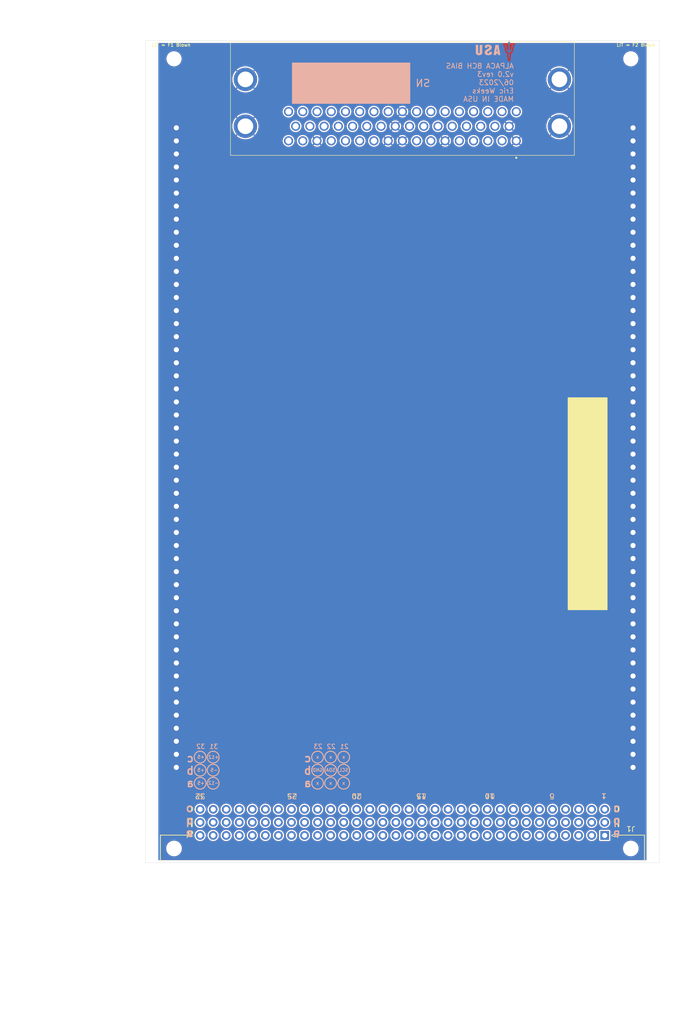
<source format=kicad_pcb>
(kicad_pcb (version 20241229) (generator "pcbnew") (generator_version "9.0")
  (layers (0 "F.Cu" signal) (4 "In1.Cu" signal) (6 "In2.Cu" signal) (2 "B.Cu" signal) (13 "F.Paste" user) (15 "B.Paste" user) (5 "F.SilkS" user "F.Silkscreen") (7 "B.SilkS" user "B.Silkscreen") (1 "F.Mask" user) (3 "B.Mask" user) (25 "Edge.Cuts" user))
  (net 0 "")
  (net 1 "GND")
  (net 2 "/Gsense1A")
  (net 3 "/Gsense2A")
  (net 4 "/Gsense3A")
  (net 5 "/Gsense4A")
  (net 6 "/Gsense1B")
  (net 7 "/Gsense2B")
  (net 8 "/Gsense3B")
  (net 9 "/Gsense4B")
  (net 10 "Net-(Q2-G)")
  (net 11 "Net-(Q1-G)")
  (net 12 "/Sense+3B")
  (net 13 "/Sense+4B")
  (net 14 "-5V")
  (net 15 "/Sense+1B")
  (net 16 "/Sense+2B")
  (net 17 "/Sense-1B")
  (net 18 "/Sense-3B")
  (net 19 "/Bias_power3B")
  (net 20 "/Sense-2B")
  (net 21 "/Bias_power1B")
  (net 22 "/Bias_power4A")
  (net 23 "/Bias_power2B")
  (net 24 "/Bias_power3A")
  (net 25 "/Bias_power4B")
  (net 26 "/Bias_power2A")
  (net 27 "/Bias_power1A")
  (net 28 "/Sense+4A")
  (net 29 "/Sense-4A")
  (net 30 "/Sense-4B")
  (net 31 "/Sense+1A")
  (net 32 "/Sense+3A")
  (net 33 "/Sense-1A")
  (net 34 "/Sense+2A")
  (net 35 "/Sense-2A")
  (net 36 "/Sense-3A")
  (footprint "ALPACA:Pin_D1.0mm_L10.0mm_LooseFit_NoSilk" (layer "F.Cu") (at 245.141 153.408)
    (property "Reference" "REF**23" (hide yes))
    (property "Value" "Pin_D1.0mm_L10.0mm_LooseFit_NoSilk" (hide yes))
    (pad "" thru_hole circle (at -0.000012 0.000007) (size 1.7 1.7) (drill 1) (layers "*.Cu" "*.Mask") (net 1 "GND"))
  )
  (footprint "ALPACA:Pin_D1.0mm_L10.0mm_LooseFit_NoSilk" (layer "F.Cu") (at 334.021 153.408)
    (property "Reference" "REF**24" (hide yes))
    (property "Value" "Pin_D1.0mm_L10.0mm_LooseFit_NoSilk" (hide yes))
    (pad "" thru_hole circle (at -0.000002 0.000007) (size 1.7 1.7) (drill 1) (layers "*.Cu" "*.Mask") (net 1 "GND"))
  )
  (footprint "ALPACA:Pin_D1.0mm_L10.0mm_LooseFit_NoSilk" (layer "F.Cu") (at 334.021 221.988)
    (property "Reference" "REF**78" (hide yes))
    (property "Value" "Pin_D1.0mm_L10.0mm_LooseFit_NoSilk" (hide yes))
    (pad "" thru_hole circle (at -0.000002 0.000007) (size 1.7 1.7) (drill 1) (layers "*.Cu" "*.Mask") (net 1 "GND"))
  )
  (footprint "ALPACA:Pin_D1.0mm_L10.0mm_LooseFit_NoSilk" (layer "F.Cu") (at 334.021 199.128)
    (property "Reference" "REF**60" (hide yes))
    (property "Value" "Pin_D1.0mm_L10.0mm_LooseFit_NoSilk" (hide yes))
    (pad "" thru_hole circle (at -0.000002 0.000007) (size 1.7 1.7) (drill 1) (layers "*.Cu" "*.Mask") (net 1 "GND"))
  )
  (footprint "ALPACA:Pin_D1.0mm_L10.0mm_LooseFit_NoSilk" (layer "F.Cu") (at 334.021 201.668)
    (property "Reference" "REF**62" (hide yes))
    (property "Value" "Pin_D1.0mm_L10.0mm_LooseFit_NoSilk" (hide yes))
    (pad "" thru_hole circle (at -0.000002 0.000007) (size 1.7 1.7) (drill 1) (layers "*.Cu" "*.Mask") (net 1 "GND"))
  )
  (footprint "ALPACA:Pin_D1.0mm_L10.0mm_LooseFit_NoSilk" (layer "F.Cu") (at 334.021 227.068)
    (property "Reference" "REF**82" (hide yes))
    (property "Value" "Pin_D1.0mm_L10.0mm_LooseFit_NoSilk" (hide yes))
    (pad "" thru_hole circle (at -0.000002 0.000007) (size 1.7 1.7) (drill 1) (layers "*.Cu" "*.Mask") (net 1 "GND"))
  )
  (footprint "ALPACA:Pin_D1.0mm_L10.0mm_LooseFit_NoSilk" (layer "F.Cu") (at 245.141 247.388)
    (property "Reference" "REF**97" (hide yes))
    (property "Value" "Pin_D1.0mm_L10.0mm_LooseFit_NoSilk" (hide yes))
    (pad "" thru_hole circle (at -0.000012 0.000007) (size 1.7 1.7) (drill 1) (layers "*.Cu" "*.Mask") (net 1 "GND"))
  )
  (footprint "MountingHole:MountingHole_2.7mm_M2.5" (layer "F.Cu") (at 333.591 109.498)
    (property "Reference" "REF**" (hide yes))
    (property "Value" "MountingHole_2.7mm_M2.5" (hide yes))
    (pad "" np_thru_hole circle (at 0 0) (size 2.7 2.7) (drill 2.7) (layers "*.Cu" "*.Mask"))
  )
  (footprint "ALPACA:Pin_D1.0mm_L10.0mm_LooseFit_NoSilk" (layer "F.Cu") (at 334.021 173.728)
    (property "Reference" "REF**40" (hide yes))
    (property "Value" "Pin_D1.0mm_L10.0mm_LooseFit_NoSilk" (hide yes))
    (pad "" thru_hole circle (at -0.000002 0.000007) (size 1.7 1.7) (drill 1) (layers "*.Cu" "*.Mask") (net 1 "GND"))
  )
  (footprint "ALPACA:DIN41612_B_3x32_Horizontal" (layer "F.Cu") (at 328.511002 260.628011 180)
    (property "Reference" "J1" (at -5.08 1.27 180) (layer "F.SilkS"))
    (property "Value" "Conn_01x03" (hide yes))
    (pad "" np_thru_hole circle (at -5.08 -2.54 180) (size 2.8 2.8) (drill 2.8) (layers "*.Cu" "*.Mask"))
    (pad "" np_thru_hole circle (at 83.82 -2.54 180) (size 2.8 2.8) (drill 2.8) (layers "*.Cu" "*.Mask"))
    (pad "A1" thru_hole rect (at 0 0 180) (size 1.7 1.7) (drill 1) (layers "*.Cu" "*.Mask"))
    (pad "A2" thru_hole circle (at 2.54 0 180) (size 1.7 1.7) (drill 1) (layers "*.Cu" "*.Mask"))
    (pad "A3" thru_hole circle (at 5.08 0 180) (size 1.7 1.7) (drill 1) (layers "*.Cu" "*.Mask"))
    (pad "A4" thru_hole circle (at 7.62 0 180) (size 1.7 1.7) (drill 1) (layers "*.Cu" "*.Mask"))
    (pad "A5" thru_hole circle (at 10.16 0 180) (size 1.7 1.7) (drill 1) (layers "*.Cu" "*.Mask"))
    (pad "A6" thru_hole circle (at 12.7 0 180) (size 1.7 1.7) (drill 1) (layers "*.Cu" "*.Mask"))
    (pad "A7" thru_hole circle (at 15.24 0 180) (size 1.7 1.7) (drill 1) (layers "*.Cu" "*.Mask"))
    (pad "A8" thru_hole circle (at 17.78 0 180) (size 1.7 1.7) (drill 1) (layers "*.Cu" "*.Mask"))
    (pad "A9" thru_hole circle (at 20.32 0 180) (size 1.7 1.7) (drill 1) (layers "*.Cu" "*.Mask"))
    (pad "A10" thru_hole circle (at 22.86 0 180) (size 1.7 1.7) (drill 1) (layers "*.Cu" "*.Mask"))
    (pad "A11" thru_hole circle (at 25.4 0 180) (size 1.7 1.7) (drill 1) (layers "*.Cu" "*.Mask"))
    (pad "A12" thru_hole circle (at 27.94 0 180) (size 1.7 1.7) (drill 1) (layers "*.Cu" "*.Mask"))
    (pad "A13" thru_hole circle (at 30.48 0 180) (size 1.7 1.7) (drill 1) (layers "*.Cu" "*.Mask"))
    (pad "A14" thru_hole circle (at 33.02 0 180) (size 1.7 1.7) (drill 1) (layers "*.Cu" "*.Mask"))
    (pad "A15" thru_hole circle (at 35.56 0 180) (size 1.7 1.7) (drill 1) (layers "*.Cu" "*.Mask"))
    (pad "A16" thru_hole circle (at 38.1 0 180) (size 1.7 1.7) (drill 1) (layers "*.Cu" "*.Mask"))
    (pad "A17" thru_hole circle (at 40.64 0 180) (size 1.7 1.7) (drill 1) (layers "*.Cu" "*.Mask"))
    (pad "A18" thru_hole circle (at 43.18 0 180) (size 1.7 1.7) (drill 1) (layers "*.Cu" "*.Mask"))
    (pad "A19" thru_hole circle (at 45.72 0 180) (size 1.7 1.7) (drill 1) (layers "*.Cu" "*.Mask"))
    (pad "A20" thru_hole circle (at 48.26 0 180) (size 1.7 1.7) (drill 1) (layers "*.Cu" "*.Mask"))
    (pad "A21" thru_hole circle (at 50.8 0 180) (size 1.7 1.7) (drill 1) (layers "*.Cu" "*.Mask"))
    (pad "A22" thru_hole circle (at 53.34 0 180) (size 1.7 1.7) (drill 1) (layers "*.Cu" "*.Mask"))
    (pad "A23" thru_hole circle (at 55.88 0 180) (size 1.7 1.7) (drill 1) (layers "*.Cu" "*.Mask"))
    (pad "A24" thru_hole circle (at 58.42 0 180) (size 1.7 1.7) (drill 1) (layers "*.Cu" "*.Mask"))
    (pad "A25" thru_hole circle (at 60.96 0 180) (size 1.7 1.7) (drill 1) (layers "*.Cu" "*.Mask"))
    (pad "A26" thru_hole circle (at 63.5 0 180) (size 1.7 1.7) (drill 1) (layers "*.Cu" "*.Mask"))
    (pad "A27" thru_hole circle (at 66.04 0 180) (size 1.7 1.7) (drill 1) (layers "*.Cu" "*.Mask"))
    (pad "A28" thru_hole circle (at 68.58 0 180) (size 1.7 1.7) (drill 1) (layers "*.Cu" "*.Mask"))
    (pad "A29" thru_hole circle (at 71.12 0 180) (size 1.7 1.7) (drill 1) (layers "*.Cu" "*.Mask"))
    (pad "A30" thru_hole circle (at 73.66 0 180) (size 1.7 1.7) (drill 1) (layers "*.Cu" "*.Mask"))
    (pad "A31" thru_hole circle (at 76.2 0 180) (size 1.7 1.7) (drill 1) (layers "*.Cu" "*.Mask"))
    (pad "A32" thru_hole circle (at 78.74 0 180) (size 1.7 1.7) (drill 1) (layers "*.Cu" "*.Mask"))
    (pad "B1" thru_hole circle (at 0 2.54 180) (size 1.7 1.7) (drill 1) (layers "*.Cu" "*.Mask"))
    (pad "B2" thru_hole circle (at 2.54 2.54 180) (size 1.7 1.7) (drill 1) (layers "*.Cu" "*.Mask"))
    (pad "B3" thru_hole circle (at 5.08 2.54 180) (size 1.7 1.7) (drill 1) (layers "*.Cu" "*.Mask"))
    (pad "B4" thru_hole circle (at 7.62 2.54 180) (size 1.7 1.7) (drill 1) (layers "*.Cu" "*.Mask"))
    (pad "B5" thru_hole circle (at 10.16 2.54 180) (size 1.7 1.7) (drill 1) (layers "*.Cu" "*.Mask"))
    (pad "B6" thru_hole circle (at 12.7 2.54 180) (size 1.7 1.7) (drill 1) (layers "*.Cu" "*.Mask"))
    (pad "B7" thru_hole circle (at 15.24 2.54 180) (size 1.7 1.7) (drill 1) (layers "*.Cu" "*.Mask"))
    (pad "B8" thru_hole circle (at 17.78 2.54 180) (size 1.7 1.7) (drill 1) (layers "*.Cu" "*.Mask"))
    (pad "B9" thru_hole circle (at 20.32 2.54 180) (size 1.7 1.7) (drill 1) (layers "*.Cu" "*.Mask"))
    (pad "B10" thru_hole circle (at 22.86 2.54 180) (size 1.7 1.7) (drill 1) (layers "*.Cu" "*.Mask"))
    (pad "B11" thru_hole circle (at 25.4 2.54 180) (size 1.7 1.7) (drill 1) (layers "*.Cu" "*.Mask"))
    (pad "B12" thru_hole circle (at 27.94 2.54 180) (size 1.7 1.7) (drill 1) (layers "*.Cu" "*.Mask"))
    (pad "B13" thru_hole circle (at 30.48 2.54 180) (size 1.7 1.7) (drill 1) (layers "*.Cu" "*.Mask"))
    (pad "B14" thru_hole circle (at 33.02 2.54 180) (size 1.7 1.7) (drill 1) (layers "*.Cu" "*.Mask"))
    (pad "B15" thru_hole circle (at 35.56 2.54 180) (size 1.7 1.7) (drill 1) (layers "*.Cu" "*.Mask"))
    (pad "B16" thru_hole circle (at 38.1 2.54 180) (size 1.7 1.7) (drill 1) (layers "*.Cu" "*.Mask"))
    (pad "B17" thru_hole circle (at 40.64 2.54 180) (size 1.7 1.7) (drill 1) (layers "*.Cu" "*.Mask"))
    (pad "B18" thru_hole circle (at 43.18 2.54 180) (size 1.7 1.7) (drill 1) (layers "*.Cu" "*.Mask"))
    (pad "B19" thru_hole circle (at 45.72 2.54 180) (size 1.7 1.7) (drill 1) (layers "*.Cu" "*.Mask"))
    (pad "B20" thru_hole circle (at 48.26 2.54 180) (size 1.7 1.7) (drill 1) (layers "*.Cu" "*.Mask"))
    (pad "B21" thru_hole circle (at 50.8 2.54 180) (size 1.7 1.7) (drill 1) (layers "*.Cu" "*.Mask"))
    (pad "B22" thru_hole circle (at 53.34 2.54 180) (size 1.7 1.7) (drill 1) (layers "*.Cu" "*.Mask"))
    (pad "B23" thru_hole circle (at 55.88 2.54 180) (size 1.7 1.7) (drill 1) (layers "*.Cu" "*.Mask"))
    (pad "B24" thru_hole circle (at 58.42 2.54 180) (size 1.7 1.7) (drill 1) (layers "*.Cu" "*.Mask"))
    (pad "B25" thru_hole circle (at 60.96 2.54 180) (size 1.7 1.7) (drill 1) (layers "*.Cu" "*.Mask"))
    (pad "B26" thru_hole circle (at 63.5 2.54 180) (size 1.7 1.7) (drill 1) (layers "*.Cu" "*.Mask"))
    (pad "B27" thru_hole circle (at 66.04 2.54 180) (size 1.7 1.7) (drill 1) (layers "*.Cu" "*.Mask"))
    (pad "B28" thru_hole circle (at 68.58 2.54 180) (size 1.7 1.7) (drill 1) (layers "*.Cu" "*.Mask"))
    (pad "B29" thru_hole circle (at 71.12 2.54 180) (size 1.7 1.7) (drill 1) (layers "*.Cu" "*.Mask"))
    (pad "B30" thru_hole circle (at 73.66 2.54 180) (size 1.7 1.7) (drill 1) (layers "*.Cu" "*.Mask"))
    (pad "B31" thru_hole circle (at 76.2 2.54 180) (size 1.7 1.7) (drill 1) (layers "*.Cu" "*.Mask"))
    (pad "B32" thru_hole circle (at 78.74 2.54 180) (size 1.7 1.7) (drill 1) (layers "*.Cu" "*.Mask"))
    (pad "C1" thru_hole circle (at 0 5.08 180) (size 1.7 1.7) (drill 1) (layers "*.Cu" "*.Mask"))
    (pad "C2" thru_hole circle (at 2.54 5.08 180) (size 1.7 1.7) (drill 1) (layers "*.Cu" "*.Mask"))
    (pad "C3" thru_hole circle (at 5.08 5.08 180) (size 1.7 1.7) (drill 1) (layers "*.Cu" "*.Mask"))
    (pad "C4" thru_hole circle (at 7.62 5.08 180) (size 1.7 1.7) (drill 1) (layers "*.Cu" "*.Mask"))
    (pad "C5" thru_hole circle (at 10.16 5.08 180) (size 1.7 1.7) (drill 1) (layers "*.Cu" "*.Mask"))
    (pad "C6" thru_hole circle (at 12.7 5.08 180) (size 1.7 1.7) (drill 1) (layers "*.Cu" "*.Mask"))
    (pad "C7" thru_hole circle (at 15.24 5.08 180) (size 1.7 1.7) (drill 1) (layers "*.Cu" "*.Mask"))
    (pad "C8" thru_hole circle (at 17.78 5.08 180) (size 1.7 1.7) (drill 1) (layers "*.Cu" "*.Mask"))
    (pad "C9" thru_hole circle (at 20.32 5.08 180) (size 1.7 1.7) (drill 1) (layers "*.Cu" "*.Mask"))
    (pad "C10" thru_hole circle (at 22.86 5.08 180) (size 1.7 1.7) (drill 1) (layers "*.Cu" "*.Mask"))
    (pad "C11" thru_hole circle (at 25.4 5.08 180) (size 1.7 1.7) (drill 1) (layers "*.Cu" "*.Mask"))
    (pad "C12" thru_hole circle (at 27.94 5.08 180) (size 1.7 1.7) (drill 1) (layers "*.Cu" "*.Mask"))
    (pad "C13" thru_hole circle (at 30.48 5.08 180) (size 1.7 1.7) (drill 1) (layers "*.Cu" "*.Mask"))
    (pad "C14" thru_hole circle (at 33.02 5.08 180) (size 1.7 1.7) (drill 1) (layers "*.Cu" "*.Mask"))
    (pad "C15" thru_hole circle (at 35.56 5.08 180) (size 1.7 1.7) (drill 1) (layers "*.Cu" "*.Mask"))
    (pad "C16" thru_hole circle (at 38.1 5.08 180) (size 1.7 1.7) (drill 1) (layers "*.Cu" "*.Mask"))
    (pad "C17" thru_hole circle (at 40.64 5.08 180) (size 1.7 1.7) (drill 1) (layers "*.Cu" "*.Mask"))
    (pad "C18" thru_hole circle (at 43.18 5.08 180) (size 1.7 1.7) (drill 1) (layers "*.Cu" "*.Mask"))
    (pad "C19" thru_hole circle (at 45.72 5.08 180) (size 1.7 1.7) (drill 1) (layers "*.Cu" "*.Mask"))
    (pad "C20" thru_hole circle (at 48.26 5.08 180) (size 1.7 1.7) (drill 1) (layers "*.Cu" "*.Mask"))
    (pad "C21" thru_hole circle (at 50.8 5.08 180) (size 1.7 1.7) (drill 1) (layers "*.Cu" "*.Mask"))
    (pad "C22" thru_hole circle (at 53.34 5.08 180) (size 1.7 1.7) (drill 1) (layers "*.Cu" "*.Mask"))
    (pad "C23" thru_hole circle (at 55.88 5.08 180) (size 1.7 1.7) (drill 1) (layers "*.Cu" "*.Mask"))
    (pad "C24" thru_hole circle (at 58.42 5.08 180) (size 1.7 1.7) (drill 1) (layers "*.Cu" "*.Mask"))
    (pad "C25" thru_hole circle (at 60.96 5.08 180) (size 1.7 1.7) (drill 1) (layers "*.Cu" "*.Mask"))
    (pad "C26" thru_hole circle (at 63.5 5.08 180) (size 1.7 1.7) (drill 1) (layers "*.Cu" "*.Mask"))
    (pad "C27" thru_hole circle (at 66.04 5.08 180) (size 1.7 1.7) (drill 1) (layers "*.Cu" "*.Mask"))
    (pad "C28" thru_hole circle (at 68.58 5.08 180) (size 1.7 1.7) (drill 1) (layers "*.Cu" "*.Mask"))
    (pad "C29" thru_hole circle (at 71.12 5.08 180) (size 1.7 1.7) (drill 1) (layers "*.Cu" "*.Mask"))
    (pad "C30" thru_hole circle (at 73.66 5.08 180) (size 1.7 1.7) (drill 1) (layers "*.Cu" "*.Mask"))
    (pad "C31" thru_hole circle (at 76.2 5.08 180) (size 1.7 1.7) (drill 1) (layers "*.Cu" "*.Mask"))
    (pad "C32" thru_hole circle (at 78.74 5.08 180) (size 1.7 1.7) (drill 1) (layers "*.Cu" "*.Mask"))
  )
  (footprint "ALPACA:Pin_D1.0mm_L10.0mm_LooseFit_NoSilk" (layer "F.Cu") (at 334.021 133.088)
    (property "Reference" "REF**8" (hide yes))
    (property "Value" "Pin_D1.0mm_L10.0mm_LooseFit_NoSilk" (hide yes))
    (pad "" thru_hole circle (at -0.000002 0.000007) (size 1.7 1.7) (drill 1) (layers "*.Cu" "*.Mask") (net 1 "GND"))
  )
  (footprint "ALPACA:Pin_D1.0mm_L10.0mm_LooseFit_NoSilk" (layer "F.Cu") (at 334.021 140.708)
    (property "Reference" "REF**14" (hide yes))
    (property "Value" "Pin_D1.0mm_L10.0mm_LooseFit_NoSilk" (hide yes))
    (pad "" thru_hole circle (at -0.000002 0.000007) (size 1.7 1.7) (drill 1) (layers "*.Cu" "*.Mask") (net 1 "GND"))
  )
  (footprint "ALPACA:Pin_D1.0mm_L10.0mm_LooseFit_NoSilk" (layer "F.Cu") (at 245.141 150.868)
    (property "Reference" "REF**21" (hide yes))
    (property "Value" "Pin_D1.0mm_L10.0mm_LooseFit_NoSilk" (hide yes))
    (pad "" thru_hole circle (at -0.000012 0.000007) (size 1.7 1.7) (drill 1) (layers "*.Cu" "*.Mask") (net 1 "GND"))
  )
  (footprint "ALPACA:Pin_D1.0mm_L10.0mm_LooseFit_NoSilk" (layer "F.Cu") (at 245.141 186.428)
    (property "Reference" "REF**49" (hide yes))
    (property "Value" "Pin_D1.0mm_L10.0mm_LooseFit_NoSilk" (hide yes))
    (pad "" thru_hole circle (at -0.000012 0.000007) (size 1.7 1.7) (drill 1) (layers "*.Cu" "*.Mask") (net 1 "GND"))
  )
  (footprint "ALPACA:Pin_D1.0mm_L10.0mm_LooseFit_NoSilk" (layer "F.Cu") (at 334.021 125.468)
    (property "Reference" "REF**2" (hide yes))
    (property "Value" "Pin_D1.0mm_L10.0mm_LooseFit_NoSilk" (hide yes))
    (pad "" thru_hole circle (at -0.000002 0.000007) (size 1.7 1.7) (drill 1) (layers "*.Cu" "*.Mask") (net 1 "GND"))
  )
  (footprint "ALPACA:Pin_D1.0mm_L10.0mm_LooseFit_NoSilk" (layer "F.Cu") (at 245.141 196.588)
    (property "Reference" "REF**57" (hide yes))
    (property "Value" "Pin_D1.0mm_L10.0mm_LooseFit_NoSilk" (hide yes))
    (pad "" thru_hole circle (at -0.000012 0.000007) (size 1.7 1.7) (drill 1) (layers "*.Cu" "*.Mask") (net 1 "GND"))
  )
  (footprint "ALPACA:Pin_D1.0mm_L10.0mm_LooseFit_NoSilk" (layer "F.Cu") (at 245.141 199.128)
    (property "Reference" "REF**59" (hide yes))
    (property "Value" "Pin_D1.0mm_L10.0mm_LooseFit_NoSilk" (hide yes))
    (pad "" thru_hole circle (at -0.000012 0.000007) (size 1.7 1.7) (drill 1) (layers "*.Cu" "*.Mask") (net 1 "GND"))
  )
  (footprint "ALPACA:Pin_D1.0mm_L10.0mm_LooseFit_NoSilk" (layer "F.Cu") (at 334.021 186.428)
    (property "Reference" "REF**50" (hide yes))
    (property "Value" "Pin_D1.0mm_L10.0mm_LooseFit_NoSilk" (hide yes))
    (pad "" thru_hole circle (at -0.000002 0.000007) (size 1.7 1.7) (drill 1) (layers "*.Cu" "*.Mask") (net 1 "GND"))
  )
  (footprint "ALPACA:Pin_D1.0mm_L10.0mm_LooseFit_NoSilk" (layer "F.Cu") (at 245.141 125.468)
    (property "Reference" "REF**1" (hide yes))
    (property "Value" "Pin_D1.0mm_L10.0mm_LooseFit_NoSilk" (hide yes))
    (pad "" thru_hole circle (at -0.000012 0.000007) (size 1.7 1.7) (drill 1) (layers "*.Cu" "*.Mask") (net 1 "GND"))
  )
  (footprint "ALPACA:Pin_D1.0mm_L10.0mm_LooseFit_NoSilk" (layer "F.Cu") (at 245.141 138.168)
    (property "Reference" "REF**11" (hide yes))
    (property "Value" "Pin_D1.0mm_L10.0mm_LooseFit_NoSilk" (hide yes))
    (pad "" thru_hole circle (at -0.000012 0.000007) (size 1.7 1.7) (drill 1) (layers "*.Cu" "*.Mask") (net 1 "GND"))
  )
  (footprint "ALPACA:Pin_D1.0mm_L10.0mm_LooseFit_NoSilk" (layer "F.Cu") (at 245.141 209.288)
    (property "Reference" "REF**67" (hide yes))
    (property "Value" "Pin_D1.0mm_L10.0mm_LooseFit_NoSilk" (hide yes))
    (pad "" thru_hole circle (at -0.000012 0.000007) (size 1.7 1.7) (drill 1) (layers "*.Cu" "*.Mask") (net 1 "GND"))
  )
  (footprint "ALPACA:Pin_D1.0mm_L10.0mm_LooseFit_NoSilk" (layer "F.Cu") (at 245.141 171.188)
    (property "Reference" "REF**37" (hide yes))
    (property "Value" "Pin_D1.0mm_L10.0mm_LooseFit_NoSilk" (hide yes))
    (pad "" thru_hole circle (at -0.000012 0.000007) (size 1.7 1.7) (drill 1) (layers "*.Cu" "*.Mask") (net 1 "GND"))
  )
  (footprint "ALPACA:Pin_D1.0mm_L10.0mm_LooseFit_NoSilk" (layer "F.Cu") (at 245.141 166.108)
    (property "Reference" "REF**33" (hide yes))
    (property "Value" "Pin_D1.0mm_L10.0mm_LooseFit_NoSilk" (hide yes))
    (pad "" thru_hole circle (at -0.000012 0.000007) (size 1.7 1.7) (drill 1) (layers "*.Cu" "*.Mask") (net 1 "GND"))
  )
  (footprint "ALPACA:Pin_D1.0mm_L10.0mm_LooseFit_NoSilk" (layer "F.Cu") (at 334.021 209.288)
    (property "Reference" "REF**68" (hide yes))
    (property "Value" "Pin_D1.0mm_L10.0mm_LooseFit_NoSilk" (hide yes))
    (pad "" thru_hole circle (at -0.000002 0.000007) (size 1.7 1.7) (drill 1) (layers "*.Cu" "*.Mask") (net 1 "GND"))
  )
  (footprint "ALPACA:Pin_D1.0mm_L10.0mm_LooseFit_NoSilk" (layer "F.Cu") (at 245.141 232.148)
    (property "Reference" "REF**85" (hide yes))
    (property "Value" "Pin_D1.0mm_L10.0mm_LooseFit_NoSilk" (hide yes))
    (pad "" thru_hole circle (at -0.000012 0.000007) (size 1.7 1.7) (drill 1) (layers "*.Cu" "*.Mask") (net 1 "GND"))
  )
  (footprint "ALPACA:Pin_D1.0mm_L10.0mm_LooseFit_NoSilk" (layer "F.Cu") (at 334.021 194.048)
    (property "Reference" "REF**56" (hide yes))
    (property "Value" "Pin_D1.0mm_L10.0mm_LooseFit_NoSilk" (hide yes))
    (pad "" thru_hole circle (at -0.000002 0.000007) (size 1.7 1.7) (drill 1) (layers "*.Cu" "*.Mask") (net 1 "GND"))
  )
  (footprint "ALPACA:Pin_D1.0mm_L10.0mm_LooseFit_NoSilk" (layer "F.Cu") (at 334.021 171.188)
    (property "Reference" "REF**38" (hide yes))
    (property "Value" "Pin_D1.0mm_L10.0mm_LooseFit_NoSilk" (hide yes))
    (pad "" thru_hole circle (at -0.000002 0.000007) (size 1.7 1.7) (drill 1) (layers "*.Cu" "*.Mask") (net 1 "GND"))
  )
  (footprint "ALPACA:Pin_D1.0mm_L10.0mm_LooseFit_NoSilk" (layer "F.Cu") (at 245.141 224.528)
    (property "Reference" "REF**79" (hide yes))
    (property "Value" "Pin_D1.0mm_L10.0mm_LooseFit_NoSilk" (hide yes))
    (pad "" thru_hole circle (at -0.000012 0.000007) (size 1.7 1.7) (drill 1) (layers "*.Cu" "*.Mask") (net 1 "GND"))
  )
  (footprint "ALPACA:Pin_D1.0mm_L10.0mm_LooseFit_NoSilk" (layer "F.Cu") (at 334.021 211.828)
    (property "Reference" "REF**70" (hide yes))
    (property "Value" "Pin_D1.0mm_L10.0mm_LooseFit_NoSilk" (hide yes))
    (pad "" thru_hole circle (at -0.000002 0.000007) (size 1.7 1.7) (drill 1) (layers "*.Cu" "*.Mask") (net 1 "GND"))
  )
  (footprint "ALPACA:Pin_D1.0mm_L10.0mm_LooseFit_NoSilk" (layer "F.Cu") (at 245.141 194.048)
    (property "Reference" "REF**55" (hide yes))
    (property "Value" "Pin_D1.0mm_L10.0mm_LooseFit_NoSilk" (hide yes))
    (pad "" thru_hole circle (at -0.000012 0.000007) (size 1.7 1.7) (drill 1) (layers "*.Cu" "*.Mask") (net 1 "GND"))
  )
  (footprint "ALPACA:Pin_D1.0mm_L10.0mm_LooseFit_NoSilk" (layer "F.Cu") (at 245.141 122.928)
    (property "Reference" "REF**" (hide yes))
    (property "Value" "Pin_D1.0mm_L10.0mm_LooseFit_NoSilk" (hide yes))
    (pad "" thru_hole circle (at -0.000012 0.000007) (size 1.7 1.7) (drill 1) (layers "*.Cu" "*.Mask") (net 1 "GND"))
  )
  (footprint "ALPACA:Pin_D1.0mm_L10.0mm_LooseFit_NoSilk" (layer "F.Cu") (at 245.141 130.548)
    (property "Reference" "REF**5" (hide yes))
    (property "Value" "Pin_D1.0mm_L10.0mm_LooseFit_NoSilk" (hide yes))
    (pad "" thru_hole circle (at -0.000012 0.000007) (size 1.7 1.7) (drill 1) (layers "*.Cu" "*.Mask") (net 1 "GND"))
  )
  (footprint "ALPACA:Pin_D1.0mm_L10.0mm_LooseFit_NoSilk" (layer "F.Cu") (at 245.141 183.888)
    (property "Reference" "REF**47" (hide yes))
    (property "Value" "Pin_D1.0mm_L10.0mm_LooseFit_NoSilk" (hide yes))
    (pad "" thru_hole circle (at -0.000012 0.000007) (size 1.7 1.7) (drill 1) (layers "*.Cu" "*.Mask") (net 1 "GND"))
  )
  (footprint "ALPACA:Pin_D1.0mm_L10.0mm_LooseFit_NoSilk" (layer "F.Cu") (at 334.021 237.228)
    (property "Reference" "REF**90" (hide yes))
    (property "Value" "Pin_D1.0mm_L10.0mm_LooseFit_NoSilk" (hide yes))
    (pad "" thru_hole circle (at -0.000002 0.000007) (size 1.7 1.7) (drill 1) (layers "*.Cu" "*.Mask") (net 1 "GND"))
  )
  (footprint "ALPACA:Pin_D1.0mm_L10.0mm_LooseFit_NoSilk" (layer "F.Cu") (at 245.141 216.908)
    (property "Reference" "REF**73" (hide yes))
    (property "Value" "Pin_D1.0mm_L10.0mm_LooseFit_NoSilk" (hide yes))
    (pad "" thru_hole circle (at -0.000012 0.000007) (size 1.7 1.7) (drill 1) (layers "*.Cu" "*.Mask") (net 1 "GND"))
  )
  (footprint "MountingHole:MountingHole_2.7mm_M2.5" (layer "F.Cu") (at 244.691 109.498)
    (property "Reference" "REF**" (hide yes))
    (property "Value" "MountingHole_2.7mm_M2.5" (hide yes))
    (pad "" np_thru_hole circle (at 0 0) (size 2.7 2.7) (drill 2.7) (layers "*.Cu" "*.Mask"))
  )
  (footprint "ALPACA:Pin_D1.0mm_L10.0mm_LooseFit_NoSilk" (layer "F.Cu") (at 245.141 237.228)
    (property "Reference" "REF**89" (hide yes))
    (property "Value" "Pin_D1.0mm_L10.0mm_LooseFit_NoSilk" (hide yes))
    (pad "" thru_hole circle (at -0.000012 0.000007) (size 1.7 1.7) (drill 1) (layers "*.Cu" "*.Mask") (net 1 "GND"))
  )
  (footprint "ALPACA:Pin_D1.0mm_L10.0mm_LooseFit_NoSilk" (layer "F.Cu") (at 334.021 183.888)
    (property "Reference" "REF**48" (hide yes))
    (property "Value" "Pin_D1.0mm_L10.0mm_LooseFit_NoSilk" (hide yes))
    (pad "" thru_hole circle (at -0.000002 0.000007) (size 1.7 1.7) (drill 1) (layers "*.Cu" "*.Mask") (net 1 "GND"))
  )
  (footprint "ALPACA:Pin_D1.0mm_L10.0mm_LooseFit_NoSilk" (layer "F.Cu") (at 245.141 145.788)
    (property "Reference" "REF**17" (hide yes))
    (property "Value" "Pin_D1.0mm_L10.0mm_LooseFit_NoSilk" (hide yes))
    (pad "" thru_hole circle (at -0.000012 0.000007) (size 1.7 1.7) (drill 1) (layers "*.Cu" "*.Mask") (net 1 "GND"))
  )
  (footprint "ALPACA:Pin_D1.0mm_L10.0mm_LooseFit_NoSilk" (layer "F.Cu") (at 334.021 247.388)
    (property "Reference" "REF**98" (hide yes))
    (property "Value" "Pin_D1.0mm_L10.0mm_LooseFit_NoSilk" (hide yes))
    (pad "" thru_hole circle (at -0.000002 0.000007) (size 1.7 1.7) (drill 1) (layers "*.Cu" "*.Mask") (net 1 "GND"))
  )
  (footprint "ALPACA:Pin_D1.0mm_L10.0mm_LooseFit_NoSilk" (layer "F.Cu") (at 334.021 150.868)
    (property "Reference" "REF**22" (hide yes))
    (property "Value" "Pin_D1.0mm_L10.0mm_LooseFit_NoSilk" (hide yes))
    (pad "" thru_hole circle (at -0.000002 0.000007) (size 1.7 1.7) (drill 1) (layers "*.Cu" "*.Mask") (net 1 "GND"))
  )
  (footprint "ALPACA:Pin_D1.0mm_L10.0mm_LooseFit_NoSilk" (layer "F.Cu") (at 334.021 128.008)
    (property "Reference" "REF**4" (hide yes))
    (property "Value" "Pin_D1.0mm_L10.0mm_LooseFit_NoSilk" (hide yes))
    (pad "" thru_hole circle (at -0.000002 0.000007) (size 1.7 1.7) (drill 1) (layers "*.Cu" "*.Mask") (net 1 "GND"))
  )
  (footprint "ALPACA:Pin_D1.0mm_L10.0mm_LooseFit_NoSilk" (layer "F.Cu") (at 334.021 148.328)
    (property "Reference" "REF**20" (hide yes))
    (property "Value" "Pin_D1.0mm_L10.0mm_LooseFit_NoSilk" (hide yes))
    (pad "" thru_hole circle (at -0.000002 0.000007) (size 1.7 1.7) (drill 1) (layers "*.Cu" "*.Mask") (net 1 "GND"))
  )
  (footprint "ALPACA:Pin_D1.0mm_L10.0mm_LooseFit_NoSilk" (layer "F.Cu") (at 245.141 176.268)
    (property "Reference" "REF**41" (hide yes))
    (property "Value" "Pin_D1.0mm_L10.0mm_LooseFit_NoSilk" (hide yes))
    (pad "" thru_hole circle (at -0.000012 0.000007) (size 1.7 1.7) (drill 1) (layers "*.Cu" "*.Mask") (net 1 "GND"))
  )
  (footprint "ALPACA:Pin_D1.0mm_L10.0mm_LooseFit_NoSilk" (layer "F.Cu") (at 334.021 234.688)
    (property "Reference" "REF**88" (hide yes))
    (property "Value" "Pin_D1.0mm_L10.0mm_LooseFit_NoSilk" (hide yes))
    (pad "" thru_hole circle (at -0.000002 0.000007) (size 1.7 1.7) (drill 1) (layers "*.Cu" "*.Mask") (net 1 "GND"))
  )
  (footprint "ALPACA:Pin_D1.0mm_L10.0mm_LooseFit_NoSilk" (layer "F.Cu") (at 334.021 130.548)
    (property "Reference" "REF**6" (hide yes))
    (property "Value" "Pin_D1.0mm_L10.0mm_LooseFit_NoSilk" (hide yes))
    (pad "" thru_hole circle (at -0.000002 0.000007) (size 1.7 1.7) (drill 1) (layers "*.Cu" "*.Mask") (net 1 "GND"))
  )
  (footprint "ALPACA:Pin_D1.0mm_L10.0mm_LooseFit_NoSilk" (layer "F.Cu") (at 334.021 239.768)
    (property "Reference" "REF**92" (hide yes))
    (property "Value" "Pin_D1.0mm_L10.0mm_LooseFit_NoSilk" (hide yes))
    (pad "" thru_hole circle (at -0.000002 0.000007) (size 1.7 1.7) (drill 1) (layers "*.Cu" "*.Mask") (net 1 "GND"))
  )
  (footprint "ALPACA:DB_50_57453554" (layer "F.Cu") (at 289.13996 125.459625)
    (property "Reference" "J2" (at 0 -11.478006 0) (layer "F.SilkS") (effects (font (size 1.27 1.27) (thickness 0.254))))
    (property "Value" "DB50" (hide yes))
    (pad "1" thru_hole circle (at 22.16 0) (size 1.791 1.791) (drill 1.1938) (layers "*.Cu" "*.Mask") (net 1 "GND"))
    (pad "2" thru_hole circle (at 19.39 0) (size 1.791 1.791) (drill 1.1938) (layers "*.Cu" "*.Mask") (net 25 "/Bias_power4B"))
    (pad "3" thru_hole circle (at 16.62 0) (size 1.791 1.791) (drill 1.1938) (layers "*.Cu" "*.Mask") (net 19 "/Bias_power3B"))
    (pad "4" thru_hole circle (at 13.85 0) (size 1.791 1.791) (drill 1.1938) (layers "*.Cu" "*.Mask") (net 23 "/Bias_power2B"))
    (pad "5" thru_hole circle (at 11.08 0) (size 1.791 1.791) (drill 1.1938) (layers "*.Cu" "*.Mask") (net 21 "/Bias_power1B"))
    (pad "6" thru_hole circle (at 8.31 0) (size 1.791 1.791) (drill 1.1938) (layers "*.Cu" "*.Mask") (net 1 "GND"))
    (pad "7" thru_hole circle (at 5.54 0) (size 1.791 1.791) (drill 1.1938) (layers "*.Cu" "*.Mask") (net 10 "Net-(Q2-G)"))
    (pad "8" thru_hole circle (at 2.77 0) (size 1.791 1.791) (drill 1.1938) (layers "*.Cu" "*.Mask") (net 14 "-5V"))
    (pad "9" thru_hole circle (at 0 0) (size 1.791 1.791) (drill 1.1938) (layers "*.Cu" "*.Mask") (net 1 "GND"))
    (pad "10" thru_hole circle (at -2.77 0) (size 1.791 1.791) (drill 1.1938) (layers "*.Cu" "*.Mask") (net 1 "GND"))
    (pad "11" thru_hole circle (at -5.54 0) (size 1.791 1.791) (drill 1.1938) (layers "*.Cu" "*.Mask") (net 22 "/Bias_power4A"))
    (pad "12" thru_hole circle (at -8.31 0) (size 1.791 1.791) (drill 1.1938) (layers "*.Cu" "*.Mask") (net 24 "/Bias_power3A"))
    (pad "13" thru_hole circle (at -11.08 0) (size 1.791 1.791) (drill 1.1938) (layers "*.Cu" "*.Mask") (net 26 "/Bias_power2A"))
    (pad "14" thru_hole circle (at -13.85 0) (size 1.791 1.791) (drill 1.1938) (layers "*.Cu" "*.Mask") (net 27 "/Bias_power1A"))
    (pad "15" thru_hole circle (at -16.62 0) (size 1.791 1.791) (drill 1.1938) (layers "*.Cu" "*.Mask") (net 1 "GND"))
    (pad "16" thru_hole circle (at -19.39 0) (size 1.791 1.791) (drill 1.1938) (layers "*.Cu" "*.Mask") (net 11 "Net-(Q1-G)"))
    (pad "17" thru_hole circle (at -22.16 0) (size 1.791 1.791) (drill 1.1938) (layers "*.Cu" "*.Mask") (net 14 "-5V"))
    (pad "18" thru_hole circle (at 20.775 -2.84) (size 1.791 1.791) (drill 1.1938) (layers "*.Cu" "*.Mask") (net 1 "GND"))
    (pad "19" thru_hole circle (at 18.005 -2.84) (size 1.791 1.791) (drill 1.1938) (layers "*.Cu" "*.Mask") (net 9 "/Gsense4B"))
    (pad "20" thru_hole circle (at 15.235 -2.84) (size 1.791 1.791) (drill 1.1938) (layers "*.Cu" "*.Mask") (net 8 "/Gsense3B"))
    (pad "21" thru_hole circle (at 12.465 -2.84) (size 1.791 1.791) (drill 1.1938) (layers "*.Cu" "*.Mask") (net 7 "/Gsense2B"))
    (pad "22" thru_hole circle (at 9.695 -2.84) (size 1.791 1.791) (drill 1.1938) (layers "*.Cu" "*.Mask") (net 6 "/Gsense1B"))
    (pad "23" thru_hole circle (at 6.925 -2.84) (size 1.791 1.791) (drill 1.1938) (layers "*.Cu" "*.Mask") (net 10 "Net-(Q2-G)"))
    (pad "24" thru_hole circle (at 4.155 -2.84) (size 1.791 1.791) (drill 1.1938) (layers "*.Cu" "*.Mask") (net 10 "Net-(Q2-G)"))
    (pad "25" thru_hole circle (at 1.385 -2.84) (size 1.791 1.791) (drill 1.1938) (layers "*.Cu" "*.Mask") (net 14 "-5V"))
    (pad "26" thru_hole circle (at -1.385 -2.84) (size 1.791 1.791) (drill 1.1938) (layers "*.Cu" "*.Mask") (net 1 "GND"))
    (pad "27" thru_hole circle (at -4.155 -2.84) (size 1.791 1.791) (drill 1.1938) (layers "*.Cu" "*.Mask") (net 5 "/Gsense4A"))
    (pad "28" thru_hole circle (at -6.925 -2.84) (size 1.791 1.791) (drill 1.1938) (layers "*.Cu" "*.Mask") (net 4 "/Gsense3A"))
    (pad "29" thru_hole circle (at -9.695 -2.84) (size 1.791 1.791) (drill 1.1938) (layers "*.Cu" "*.Mask") (net 3 "/Gsense2A"))
    (pad "30" thru_hole circle (at -12.465 -2.84) (size 1.791 1.791) (drill 1.1938) (layers "*.Cu" "*.Mask") (net 2 "/Gsense1A"))
    (pad "31" thru_hole circle (at -15.235 -2.84) (size 1.791 1.791) (drill 1.1938) (layers "*.Cu" "*.Mask") (net 11 "Net-(Q1-G)"))
    (pad "32" thru_hole circle (at -18.005 -2.84) (size 1.791 1.791) (drill 1.1938) (layers "*.Cu" "*.Mask") (net 11 "Net-(Q1-G)"))
    (pad "33" thru_hole circle (at -20.775 -2.84) (size 1.791 1.791) (drill 1.1938) (layers "*.Cu" "*.Mask") (net 14 "-5V"))
    (pad "34" thru_hole circle (at 22.16 -5.68) (size 1.791 1.791) (drill 1.1938) (layers "*.Cu" "*.Mask") (net 13 "/Sense+4B"))
    (pad "35" thru_hole circle (at 19.39 -5.68) (size 1.791 1.791) (drill 1.1938) (layers "*.Cu" "*.Mask") (net 30 "/Sense-4B"))
    (pad "36" thru_hole circle (at 16.62 -5.68) (size 1.791 1.791) (drill 1.1938) (layers "*.Cu" "*.Mask") (net 12 "/Sense+3B"))
    (pad "37" thru_hole circle (at 13.85 -5.68) (size 1.791 1.791) (drill 1.1938) (layers "*.Cu" "*.Mask") (net 18 "/Sense-3B"))
    (pad "38" thru_hole circle (at 11.08 -5.68) (size 1.791 1.791) (drill 1.1938) (layers "*.Cu" "*.Mask") (net 16 "/Sense+2B"))
    (pad "39" thru_hole circle (at 8.31 -5.68) (size 1.791 1.791) (drill 1.1938) (layers "*.Cu" "*.Mask") (net 20 "/Sense-2B"))
    (pad "40" thru_hole circle (at 5.54 -5.68) (size 1.791 1.791) (drill 1.1938) (layers "*.Cu" "*.Mask") (net 15 "/Sense+1B"))
    (pad "41" thru_hole circle (at 2.77 -5.68) (size 1.791 1.791) (drill 1.1938) (layers "*.Cu" "*.Mask") (net 17 "/Sense-1B"))
    (pad "42" thru_hole circle (at 0 -5.68) (size 1.791 1.791) (drill 1.1938) (layers "*.Cu" "*.Mask") (net 1 "GND"))
    (pad "43" thru_hole circle (at -2.77 -5.68) (size 1.791 1.791) (drill 1.1938) (layers "*.Cu" "*.Mask") (net 29 "/Sense-4A"))
    (pad "44" thru_hole circle (at -5.54 -5.68) (size 1.791 1.791) (drill 1.1938) (layers "*.Cu" "*.Mask") (net 28 "/Sense+4A"))
    (pad "45" thru_hole circle (at -8.31 -5.68) (size 1.791 1.791) (drill 1.1938) (layers "*.Cu" "*.Mask") (net 36 "/Sense-3A"))
    (pad "46" thru_hole circle (at -11.08 -5.68) (size 1.791 1.791) (drill 1.1938) (layers "*.Cu" "*.Mask") (net 32 "/Sense+3A"))
    (pad "47" thru_hole circle (at -13.85 -5.68) (size 1.791 1.791) (drill 1.1938) (layers "*.Cu" "*.Mask") (net 35 "/Sense-2A"))
    (pad "48" thru_hole circle (at -16.62 -5.68) (size 1.791 1.791) (drill 1.1938) (layers "*.Cu" "*.Mask") (net 34 "/Sense+2A"))
    (pad "49" thru_hole circle (at -19.39 -5.68) (size 1.791 1.791) (drill 1.1938) (layers "*.Cu" "*.Mask") (net 33 "/Sense-1A"))
    (pad "50" thru_hole circle (at -22.16 -5.68) (size 1.791 1.791) (drill 1.1938) (layers "*.Cu" "*.Mask") (net 31 "/Sense+1A"))
    (pad "MH1" thru_hole circle (at 30.556 -2.84) (size 4.572 4.572) (drill 3.048) (layers "*.Cu" "*.Mask") (net 1 "GND"))
    (pad "MH2" thru_hole circle (at -30.556 -2.84) (size 4.572 4.572) (drill 3.048) (layers "*.Cu" "*.Mask") (net 1 "GND"))
    (pad "MH3" thru_hole circle (at 30.556 -11.9586) (size 4.572 4.572) (drill 3.048) (layers "*.Cu" "*.Mask") (net 1 "GND"))
    (pad "MH4" thru_hole circle (at -30.556 -11.9586) (size 4.572 4.572) (drill 3.048) (layers "*.Cu" "*.Mask") (net 1 "GND"))
  )
  (footprint "ALPACA:Pin_D1.0mm_L10.0mm_LooseFit_NoSilk" (layer "F.Cu") (at 245.141 181.348)
    (property "Reference" "REF**45" (hide yes))
    (property "Value" "Pin_D1.0mm_L10.0mm_LooseFit_NoSilk" (hide yes))
    (pad "" thru_hole circle (at -0.000012 0.000007) (size 1.7 1.7) (drill 1) (layers "*.Cu" "*.Mask") (net 1 "GND"))
  )
  (footprint "ALPACA:Pin_D1.0mm_L10.0mm_LooseFit_NoSilk" (layer "F.Cu") (at 334.021 143.248)
    (property "Reference" "REF**16" (hide yes))
    (property "Value" "Pin_D1.0mm_L10.0mm_LooseFit_NoSilk" (hide yes))
    (pad "" thru_hole circle (at -0.000002 0.000007) (size 1.7 1.7) (drill 1) (layers "*.Cu" "*.Mask") (net 1 "GND"))
  )
  (footprint "ALPACA:Pin_D1.0mm_L10.0mm_LooseFit_NoSilk" (layer "F.Cu") (at 334.021 178.808)
    (property "Reference" "REF**44" (hide yes))
    (property "Value" "Pin_D1.0mm_L10.0mm_LooseFit_NoSilk" (hide yes))
    (pad "" thru_hole circle (at -0.000002 0.000007) (size 1.7 1.7) (drill 1) (layers "*.Cu" "*.Mask") (net 1 "GND"))
  )
  (footprint "ALPACA:Pin_D1.0mm_L10.0mm_LooseFit_NoSilk" (layer "F.Cu") (at 245.141 206.748)
    (property "Reference" "REF**65" (hide yes))
    (property "Value" "Pin_D1.0mm_L10.0mm_LooseFit_NoSilk" (hide yes))
    (pad "" thru_hole circle (at -0.000012 0.000007) (size 1.7 1.7) (drill 1) (layers "*.Cu" "*.Mask") (net 1 "GND"))
  )
  (footprint "ALPACA:Pin_D1.0mm_L10.0mm_LooseFit_NoSilk" (layer "F.Cu") (at 245.141 214.368)
    (property "Reference" "REF**71" (hide yes))
    (property "Value" "Pin_D1.0mm_L10.0mm_LooseFit_NoSilk" (hide yes))
    (pad "" thru_hole circle (at -0.000012 0.000007) (size 1.7 1.7) (drill 1) (layers "*.Cu" "*.Mask") (net 1 "GND"))
  )
  (footprint "ALPACA:Pin_D1.0mm_L10.0mm_LooseFit_NoSilk" (layer "F.Cu") (at 334.021 181.348)
    (property "Reference" "REF**46" (hide yes))
    (property "Value" "Pin_D1.0mm_L10.0mm_LooseFit_NoSilk" (hide yes))
    (pad "" thru_hole circle (at -0.000002 0.000007) (size 1.7 1.7) (drill 1) (layers "*.Cu" "*.Mask") (net 1 "GND"))
  )
  (footprint "ALPACA:Pin_D1.0mm_L10.0mm_LooseFit_NoSilk" (layer "F.Cu") (at 334.021 155.948)
    (property "Reference" "REF**26" (hide yes))
    (property "Value" "Pin_D1.0mm_L10.0mm_LooseFit_NoSilk" (hide yes))
    (pad "" thru_hole circle (at -0.000002 0.000007) (size 1.7 1.7) (drill 1) (layers "*.Cu" "*.Mask") (net 1 "GND"))
  )
  (footprint "ALPACA:Pin_D1.0mm_L10.0mm_LooseFit_NoSilk" (layer "F.Cu") (at 334.021 191.508)
    (property "Reference" "REF**54" (hide yes))
    (property "Value" "Pin_D1.0mm_L10.0mm_LooseFit_NoSilk" (hide yes))
    (pad "" thru_hole circle (at -0.000002 0.000007) (size 1.7 1.7) (drill 1) (layers "*.Cu" "*.Mask") (net 1 "GND"))
  )
  (footprint "ALPACA:Pin_D1.0mm_L10.0mm_LooseFit_NoSilk" (layer "F.Cu") (at 334.021 188.968)
    (property "Reference" "REF**52" (hide yes))
    (property "Value" "Pin_D1.0mm_L10.0mm_LooseFit_NoSilk" (hide yes))
    (pad "" thru_hole circle (at -0.000002 0.000007) (size 1.7 1.7) (drill 1) (layers "*.Cu" "*.Mask") (net 1 "GND"))
  )
  (footprint "ALPACA:Pin_D1.0mm_L10.0mm_LooseFit_NoSilk" (layer "F.Cu") (at 334.021 242.308)
    (property "Reference" "REF**94" (hide yes))
    (property "Value" "Pin_D1.0mm_L10.0mm_LooseFit_NoSilk" (hide yes))
    (pad "" thru_hole circle (at -0.000002 0.000007) (size 1.7 1.7) (drill 1) (layers "*.Cu" "*.Mask") (net 1 "GND"))
  )
  (footprint "ALPACA:Pin_D1.0mm_L10.0mm_LooseFit_NoSilk" (layer "F.Cu") (at 334.021 168.648)
    (property "Reference" "REF**36" (hide yes))
    (property "Value" "Pin_D1.0mm_L10.0mm_LooseFit_NoSilk" (hide yes))
    (pad "" thru_hole circle (at -0.000002 0.000007) (size 1.7 1.7) (drill 1) (layers "*.Cu" "*.Mask") (net 1 "GND"))
  )
  (footprint "ALPACA:Pin_D1.0mm_L10.0mm_LooseFit_NoSilk" (layer "F.Cu") (at 245.141 188.968)
    (property "Reference" "REF**51" (hide yes))
    (property "Value" "Pin_D1.0mm_L10.0mm_LooseFit_NoSilk" (hide yes))
    (pad "" thru_hole circle (at -0.000012 0.000007) (size 1.7 1.7) (drill 1) (layers "*.Cu" "*.Mask") (net 1 "GND"))
  )
  (footprint "ALPACA:Pin_D1.0mm_L10.0mm_LooseFit_NoSilk" (layer "F.Cu") (at 245.141 168.648)
    (property "Reference" "REF**35" (hide yes))
    (property "Value" "Pin_D1.0mm_L10.0mm_LooseFit_NoSilk" (hide yes))
    (pad "" thru_hole circle (at -0.000012 0.000007) (size 1.7 1.7) (drill 1) (layers "*.Cu" "*.Mask") (net 1 "GND"))
  )
  (footprint "ALPACA:Pin_D1.0mm_L10.0mm_LooseFit_NoSilk" (layer "F.Cu") (at 245.141 178.808)
    (property "Reference" "REF**43" (hide yes))
    (property "Value" "Pin_D1.0mm_L10.0mm_LooseFit_NoSilk" (hide yes))
    (pad "" thru_hole circle (at -0.000012 0.000007) (size 1.7 1.7) (drill 1) (layers "*.Cu" "*.Mask") (net 1 "GND"))
  )
  (footprint "ALPACA:Pin_D1.0mm_L10.0mm_LooseFit_NoSilk" (layer "F.Cu") (at 334.021 224.528)
    (property "Reference" "REF**80" (hide yes))
    (property "Value" "Pin_D1.0mm_L10.0mm_LooseFit_NoSilk" (hide yes))
    (pad "" thru_hole circle (at -0.000002 0.000007) (size 1.7 1.7) (drill 1) (layers "*.Cu" "*.Mask") (net 1 "GND"))
  )
  (footprint "ALPACA:Pin_D1.0mm_L10.0mm_LooseFit_NoSilk" (layer "F.Cu") (at 334.021 229.608)
    (property "Reference" "REF**84" (hide yes))
    (property "Value" "Pin_D1.0mm_L10.0mm_LooseFit_NoSilk" (hide yes))
    (pad "" thru_hole circle (at -0.000002 0.000007) (size 1.7 1.7) (drill 1) (layers "*.Cu" "*.Mask") (net 1 "GND"))
  )
  (footprint "ALPACA:Pin_D1.0mm_L10.0mm_LooseFit_NoSilk" (layer "F.Cu") (at 334.021 158.488)
    (property "Reference" "REF**28" (hide yes))
    (property "Value" "Pin_D1.0mm_L10.0mm_LooseFit_NoSilk" (hide yes))
    (pad "" thru_hole circle (at -0.000002 0.000007) (size 1.7 1.7) (drill 1) (layers "*.Cu" "*.Mask") (net 1 "GND"))
  )
  (footprint "ALPACA:Pin_D1.0mm_L10.0mm_LooseFit_NoSilk" (layer "F.Cu") (at 245.141 191.508)
    (property "Reference" "REF**53" (hide yes))
    (property "Value" "Pin_D1.0mm_L10.0mm_LooseFit_NoSilk" (hide yes))
    (pad "" thru_hole circle (at -0.000012 0.000007) (size 1.7 1.7) (drill 1) (layers "*.Cu" "*.Mask") (net 1 "GND"))
  )
  (footprint "ALPACA:Pin_D1.0mm_L10.0mm_LooseFit_NoSilk" (layer "F.Cu") (at 245.141 239.768)
    (property "Reference" "REF**91" (hide yes))
    (property "Value" "Pin_D1.0mm_L10.0mm_LooseFit_NoSilk" (hide yes))
    (pad "" thru_hole circle (at -0.000012 0.000007) (size 1.7 1.7) (drill 1) (layers "*.Cu" "*.Mask") (net 1 "GND"))
  )
  (footprint "ALPACA:Pin_D1.0mm_L10.0mm_LooseFit_NoSilk" (layer "F.Cu") (at 334.021 138.168)
    (property "Reference" "REF**12" (hide yes))
    (property "Value" "Pin_D1.0mm_L10.0mm_LooseFit_NoSilk" (hide yes))
    (pad "" thru_hole circle (at -0.000002 0.000007) (size 1.7 1.7) (drill 1) (layers "*.Cu" "*.Mask") (net 1 "GND"))
  )
  (footprint "ALPACA:Pin_D1.0mm_L10.0mm_LooseFit_NoSilk" (layer "F.Cu") (at 245.141 201.668)
    (property "Reference" "REF**61" (hide yes))
    (property "Value" "Pin_D1.0mm_L10.0mm_LooseFit_NoSilk" (hide yes))
    (pad "" thru_hole circle (at -0.000012 0.000007) (size 1.7 1.7) (drill 1) (layers "*.Cu" "*.Mask") (net 1 "GND"))
  )
  (footprint "ALPACA:Pin_D1.0mm_L10.0mm_LooseFit_NoSilk" (layer "F.Cu") (at 245.141 158.488)
    (property "Reference" "REF**27" (hide yes))
    (property "Value" "Pin_D1.0mm_L10.0mm_LooseFit_NoSilk" (hide yes))
    (pad "" thru_hole circle (at -0.000012 0.000007) (size 1.7 1.7) (drill 1) (layers "*.Cu" "*.Mask") (net 1 "GND"))
  )
  (footprint "ALPACA:Pin_D1.0mm_L10.0mm_LooseFit_NoSilk" (layer "F.Cu") (at 334.021 219.448)
    (property "Reference" "REF**76" (hide yes))
    (property "Value" "Pin_D1.0mm_L10.0mm_LooseFit_NoSilk" (hide yes))
    (pad "" thru_hole circle (at -0.000002 0.000007) (size 1.7 1.7) (drill 1) (layers "*.Cu" "*.Mask") (net 1 "GND"))
  )
  (footprint "ALPACA:Pin_D1.0mm_L10.0mm_LooseFit_NoSilk" (layer "F.Cu") (at 334.021 145.788)
    (property "Reference" "REF**18" (hide yes))
    (property "Value" "Pin_D1.0mm_L10.0mm_LooseFit_NoSilk" (hide yes))
    (pad "" thru_hole circle (at -0.000002 0.000007) (size 1.7 1.7) (drill 1) (layers "*.Cu" "*.Mask") (net 1 "GND"))
  )
  (footprint "ALPACA:Pin_D1.0mm_L10.0mm_LooseFit_NoSilk" (layer "F.Cu") (at 245.141 143.248)
    (property "Reference" "REF**15" (hide yes))
    (property "Value" "Pin_D1.0mm_L10.0mm_LooseFit_NoSilk" (hide yes))
    (pad "" thru_hole circle (at -0.000012 0.000007) (size 1.7 1.7) (drill 1) (layers "*.Cu" "*.Mask") (net 1 "GND"))
  )
  (footprint "ALPACA:Pin_D1.0mm_L10.0mm_LooseFit_NoSilk" (layer "F.Cu") (at 334.021 196.588)
    (property "Reference" "REF**58" (hide yes))
    (property "Value" "Pin_D1.0mm_L10.0mm_LooseFit_NoSilk" (hide yes))
    (pad "" thru_hole circle (at -0.000002 0.000007) (size 1.7 1.7) (drill 1) (layers "*.Cu" "*.Mask") (net 1 "GND"))
  )
  (footprint "ALPACA:Pin_D1.0mm_L10.0mm_LooseFit_NoSilk" (layer "F.Cu") (at 334.021 216.908)
    (property "Reference" "REF**74" (hide yes))
    (property "Value" "Pin_D1.0mm_L10.0mm_LooseFit_NoSilk" (hide yes))
    (pad "" thru_hole circle (at -0.000002 0.000007) (size 1.7 1.7) (drill 1) (layers "*.Cu" "*.Mask") (net 1 "GND"))
  )
  (footprint "ALPACA:Pin_D1.0mm_L10.0mm_LooseFit_NoSilk" (layer "F.Cu") (at 245.141 173.728)
    (property "Reference" "REF**39" (hide yes))
    (property "Value" "Pin_D1.0mm_L10.0mm_LooseFit_NoSilk" (hide yes))
    (pad "" thru_hole circle (at -0.000012 0.000007) (size 1.7 1.7) (drill 1) (layers "*.Cu" "*.Mask") (net 1 "GND"))
  )
  (footprint "ALPACA:Pin_D1.0mm_L10.0mm_LooseFit_NoSilk" (layer "F.Cu") (at 334.021 206.748)
    (property "Reference" "REF**66" (hide yes))
    (property "Value" "Pin_D1.0mm_L10.0mm_LooseFit_NoSilk" (hide yes))
    (pad "" thru_hole circle (at -0.000002 0.000007) (size 1.7 1.7) (drill 1) (layers "*.Cu" "*.Mask") (net 1 "GND"))
  )
  (footprint "ALPACA:Pin_D1.0mm_L10.0mm_LooseFit_NoSilk" (layer "F.Cu") (at 334.021 244.848)
    (property "Reference" "REF**96" (hide yes))
    (property "Value" "Pin_D1.0mm_L10.0mm_LooseFit_NoSilk" (hide yes))
    (pad "" thru_hole circle (at -0.000002 0.000007) (size 1.7 1.7) (drill 1) (layers "*.Cu" "*.Mask") (net 1 "GND"))
  )
  (footprint "ALPACA:Pin_D1.0mm_L10.0mm_LooseFit_NoSilk" (layer "F.Cu") (at 334.021 232.148)
    (property "Reference" "REF**86" (hide yes))
    (property "Value" "Pin_D1.0mm_L10.0mm_LooseFit_NoSilk" (hide yes))
    (pad "" thru_hole circle (at -0.000002 0.000007) (size 1.7 1.7) (drill 1) (layers "*.Cu" "*.Mask") (net 1 "GND"))
  )
  (footprint "ALPACA:Pin_D1.0mm_L10.0mm_LooseFit_NoSilk" (layer "F.Cu") (at 245.141 161.028)
    (property "Reference" "REF**29" (hide yes))
    (property "Value" "Pin_D1.0mm_L10.0mm_LooseFit_NoSilk" (hide yes))
    (pad "" thru_hole circle (at -0.000012 0.000007) (size 1.7 1.7) (drill 1) (layers "*.Cu" "*.Mask") (net 1 "GND"))
  )
  (footprint "ALPACA:Pin_D1.0mm_L10.0mm_LooseFit_NoSilk" (layer "F.Cu") (at 334.021 122.928)
    (property "Reference" "REF**" (hide yes))
    (property "Value" "Pin_D1.0mm_L10.0mm_LooseFit_NoSilk" (hide yes))
    (pad "" thru_hole circle (at -0.000002 0.000007) (size 1.7 1.7) (drill 1) (layers "*.Cu" "*.Mask") (net 1 "GND"))
  )
  (footprint "ALPACA:Pin_D1.0mm_L10.0mm_LooseFit_NoSilk" (layer "F.Cu") (at 334.021 166.108)
    (property "Reference" "REF**34" (hide yes))
    (property "Value" "Pin_D1.0mm_L10.0mm_LooseFit_NoSilk" (hide yes))
    (pad "" thru_hole circle (at -0.000002 0.000007) (size 1.7 1.7) (drill 1) (layers "*.Cu" "*.Mask") (net 1 "GND"))
  )
  (footprint "ALPACA:Pin_D1.0mm_L10.0mm_LooseFit_NoSilk" (layer "F.Cu") (at 245.141 128.008)
    (property "Reference" "REF**3" (hide yes))
    (property "Value" "Pin_D1.0mm_L10.0mm_LooseFit_NoSilk" (hide yes))
    (pad "" thru_hole circle (at -0.000012 0.000007) (size 1.7 1.7) (drill 1) (layers "*.Cu" "*.Mask") (net 1 "GND"))
  )
  (footprint "ALPACA:Pin_D1.0mm_L10.0mm_LooseFit_NoSilk" (layer "F.Cu") (at 245.141 227.068)
    (property "Reference" "REF**81" (hide yes))
    (property "Value" "Pin_D1.0mm_L10.0mm_LooseFit_NoSilk" (hide yes))
    (pad "" thru_hole circle (at -0.000012 0.000007) (size 1.7 1.7) (drill 1) (layers "*.Cu" "*.Mask") (net 1 "GND"))
  )
  (footprint "ALPACA:Pin_D1.0mm_L10.0mm_LooseFit_NoSilk" (layer "F.Cu") (at 245.141 155.948)
    (property "Reference" "REF**25" (hide yes))
    (property "Value" "Pin_D1.0mm_L10.0mm_LooseFit_NoSilk" (hide yes))
    (pad "" thru_hole circle (at -0.000012 0.000007) (size 1.7 1.7) (drill 1) (layers "*.Cu" "*.Mask") (net 1 "GND"))
  )
  (footprint "ALPACA:Pin_D1.0mm_L10.0mm_LooseFit_NoSilk" (layer "F.Cu") (at 245.141 221.988)
    (property "Reference" "REF**77" (hide yes))
    (property "Value" "Pin_D1.0mm_L10.0mm_LooseFit_NoSilk" (hide yes))
    (pad "" thru_hole circle (at -0.000012 0.000007) (size 1.7 1.7) (drill 1) (layers "*.Cu" "*.Mask") (net 1 "GND"))
  )
  (footprint "ALPACA:Pin_D1.0mm_L10.0mm_LooseFit_NoSilk" (layer "F.Cu") (at 334.021 135.628)
    (property "Reference" "REF**10" (hide yes))
    (property "Value" "Pin_D1.0mm_L10.0mm_LooseFit_NoSilk" (hide yes))
    (pad "" thru_hole circle (at -0.000002 0.000007) (size 1.7 1.7) (drill 1) (layers "*.Cu" "*.Mask") (net 1 "GND"))
  )
  (footprint "ALPACA:Pin_D1.0mm_L10.0mm_LooseFit_NoSilk" (layer "F.Cu") (at 245.141 140.708)
    (property "Reference" "REF**13" (hide yes))
    (property "Value" "Pin_D1.0mm_L10.0mm_LooseFit_NoSilk" (hide yes))
    (pad "" thru_hole circle (at -0.000012 0.000007) (size 1.7 1.7) (drill 1) (layers "*.Cu" "*.Mask") (net 1 "GND"))
  )
  (footprint "ALPACA:Pin_D1.0mm_L10.0mm_LooseFit_NoSilk" (layer "F.Cu") (at 334.021 161.028)
    (property "Reference" "REF**30" (hide yes))
    (property "Value" "Pin_D1.0mm_L10.0mm_LooseFit_NoSilk" (hide yes))
    (pad "" thru_hole circle (at -0.000002 0.000007) (size 1.7 1.7) (drill 1) (layers "*.Cu" "*.Mask") (net 1 "GND"))
  )
  (footprint "ALPACA:Pin_D1.0mm_L10.0mm_LooseFit_NoSilk" (layer "F.Cu") (at 245.141 204.208)
    (property "Reference" "REF**63" (hide yes))
    (property "Value" "Pin_D1.0mm_L10.0mm_LooseFit_NoSilk" (hide yes))
    (pad "" thru_hole circle (at -0.000012 0.000007) (size 1.7 1.7) (drill 1) (layers "*.Cu" "*.Mask") (net 1 "GND"))
  )
  (footprint "ALPACA:Pin_D1.0mm_L10.0mm_LooseFit_NoSilk" (layer "F.Cu") (at 245.141 242.308)
    (property "Reference" "REF**93" (hide yes))
    (property "Value" "Pin_D1.0mm_L10.0mm_LooseFit_NoSilk" (hide yes))
    (pad "" thru_hole circle (at -0.000012 0.000007) (size 1.7 1.7) (drill 1) (layers "*.Cu" "*.Mask") (net 1 "GND"))
  )
  (footprint "ALPACA:Pin_D1.0mm_L10.0mm_LooseFit_NoSilk" (layer "F.Cu") (at 245.141 244.848)
    (property "Reference" "REF**95" (hide yes))
    (property "Value" "Pin_D1.0mm_L10.0mm_LooseFit_NoSilk" (hide yes))
    (pad "" thru_hole circle (at -0.000012 0.000007) (size 1.7 1.7) (drill 1) (layers "*.Cu" "*.Mask") (net 1 "GND"))
  )
  (footprint "ALPACA:Pin_D1.0mm_L10.0mm_LooseFit_NoSilk" (layer "F.Cu") (at 245.141 133.088)
    (property "Reference" "REF**7" (hide yes))
    (property "Value" "Pin_D1.0mm_L10.0mm_LooseFit_NoSilk" (hide yes))
    (pad "" thru_hole circle (at -0.000012 0.000007) (size 1.7 1.7) (drill 1) (layers "*.Cu" "*.Mask") (net 1 "GND"))
  )
  (footprint "ALPACA:Pin_D1.0mm_L10.0mm_LooseFit_NoSilk" (layer "F.Cu") (at 245.141 219.448)
    (property "Reference" "REF**75" (hide yes))
    (property "Value" "Pin_D1.0mm_L10.0mm_LooseFit_NoSilk" (hide yes))
    (pad "" thru_hole circle (at -0.000012 0.000007) (size 1.7 1.7) (drill 1) (layers "*.Cu" "*.Mask") (net 1 "GND"))
  )
  (footprint "ALPACA:Pin_D1.0mm_L10.0mm_LooseFit_NoSilk" (layer "F.Cu") (at 334.021 176.268)
    (property "Reference" "REF**42" (hide yes))
    (property "Value" "Pin_D1.0mm_L10.0mm_LooseFit_NoSilk" (hide yes))
    (pad "" thru_hole circle (at -0.000002 0.000007) (size 1.7 1.7) (drill 1) (layers "*.Cu" "*.Mask") (net 1 "GND"))
  )
  (footprint "ALPACA:Pin_D1.0mm_L10.0mm_LooseFit_NoSilk" (layer "F.Cu") (at 245.141 163.568)
    (property "Reference" "REF**31" (hide yes))
    (property "Value" "Pin_D1.0mm_L10.0mm_LooseFit_NoSilk" (hide yes))
    (pad "" thru_hole circle (at -0.000012 0.000007) (size 1.7 1.7) (drill 1) (layers "*.Cu" "*.Mask") (net 1 "GND"))
  )
  (footprint "ALPACA:Pin_D1.0mm_L10.0mm_LooseFit_NoSilk" (layer "F.Cu") (at 245.141 211.828)
    (property "Reference" "REF**69" (hide yes))
    (property "Value" "Pin_D1.0mm_L10.0mm_LooseFit_NoSilk" (hide yes))
    (pad "" thru_hole circle (at -0.000012 0.000007) (size 1.7 1.7) (drill 1) (layers "*.Cu" "*.Mask") (net 1 "GND"))
  )
  (footprint "ALPACA:Pin_D1.0mm_L10.0mm_LooseFit_NoSilk" (layer "F.Cu") (at 245.141 148.328)
    (property "Reference" "REF**19" (hide yes))
    (property "Value" "Pin_D1.0mm_L10.0mm_LooseFit_NoSilk" (hide yes))
    (pad "" thru_hole circle (at -0.000012 0.000007) (size 1.7 1.7) (drill 1) (layers "*.Cu" "*.Mask") (net 1 "GND"))
  )
  (footprint "ALPACA:Pin_D1.0mm_L10.0mm_LooseFit_NoSilk" (layer "F.Cu") (at 245.141 234.688)
    (property "Reference" "REF**87" (hide yes))
    (property "Value" "Pin_D1.0mm_L10.0mm_LooseFit_NoSilk" (hide yes))
    (pad "" thru_hole circle (at -0.000012 0.000007) (size 1.7 1.7) (drill 1) (layers "*.Cu" "*.Mask") (net 1 "GND"))
  )
  (footprint "ALPACA:Pin_D1.0mm_L10.0mm_LooseFit_NoSilk" (layer "F.Cu") (at 245.141 135.628)
    (property "Reference" "REF**9" (hide yes))
    (property "Value" "Pin_D1.0mm_L10.0mm_LooseFit_NoSilk" (hide yes))
    (pad "" thru_hole circle (at -0.000012 0.000007) (size 1.7 1.7) (drill 1) (layers "*.Cu" "*.Mask") (net 1 "GND"))
  )
  (footprint "ALPACA:Pin_D1.0mm_L10.0mm_LooseFit_NoSilk" (layer "F.Cu") (at 334.021 214.368)
    (property "Reference" "REF**72" (hide yes))
    (property "Value" "Pin_D1.0mm_L10.0mm_LooseFit_NoSilk" (hide yes))
    (pad "" thru_hole circle (at -0.000002 0.000007) (size 1.7 1.7) (drill 1) (layers "*.Cu" "*.Mask") (net 1 "GND"))
  )
  (footprint "ALPACA:Pin_D1.0mm_L10.0mm_LooseFit_NoSilk" (layer "F.Cu") (at 334.021 163.568)
    (property "Reference" "REF**32" (hide yes))
    (property "Value" "Pin_D1.0mm_L10.0mm_LooseFit_NoSilk" (hide yes))
    (pad "" thru_hole circle (at -0.000002 0.000007) (size 1.7 1.7) (drill 1) (layers "*.Cu" "*.Mask") (net 1 "GND"))
  )
  (footprint "ALPACA:Pin_D1.0mm_L10.0mm_LooseFit_NoSilk" (layer "F.Cu") (at 245.141 229.608)
    (property "Reference" "REF**83" (hide yes))
    (property "Value" "Pin_D1.0mm_L10.0mm_LooseFit_NoSilk" (hide yes))
    (pad "" thru_hole circle (at -0.000012 0.000007) (size 1.7 1.7) (drill 1) (layers "*.Cu" "*.Mask") (net 1 "GND"))
  )
  (footprint "ALPACA:Pin_D1.0mm_L10.0mm_LooseFit_NoSilk" (layer "F.Cu") (at 334.021 204.208)
    (property "Reference" "REF**64" (hide yes))
    (property "Value" "Pin_D1.0mm_L10.0mm_LooseFit_NoSilk" (hide yes))
    (pad "" thru_hole circle (at -0.000002 0.000007) (size 1.7 1.7) (drill 1) (layers "*.Cu" "*.Mask") (net 1 "GND"))
  )
  (footprint "EricWeeksFootprints:ASU_logo_1" (layer "B.Cu") (at 307.097188 107.766207 180)
    (property "Reference" "G***" (hide yes))
    (property "Value" "LOGO" (hide yes))
    (fp_poly (pts (xy -2.706241 -0.821538) (xy -2.909209 -0.821538) (xy -2.909209 -0.773212) (xy -2.706241 -0.773212) (xy -2.706241 -0.821538)) (stroke (width 0.01)) (fill yes) (layer "B.Cu"))
    (fp_poly (pts (xy -2.691743 -0.729719) (xy -2.803407 -0.732425) (xy -2.848088 -0.732944) (xy -2.885484 -0.732316) (xy -2.911481 -0.730682) (xy -2.921805 -0.728398) (xy -2.92617 -0.715141) (xy -2.928445 -0.690868) (xy -2.928539 -0.684615) (xy -2.928539 -0.647565) (xy -2.685799 -0.647565) (xy -2.691743 -0.729719)) (stroke (width 0.01)) (fill yes) (layer "B.Cu"))
    (fp_poly (pts (xy -2.691743 -0.942352) (xy -2.803407 -0.945059) (xy -2.848088 -0.945577) (xy -2.885484 -0.944949) (xy -2.911481 -0.943315) (xy -2.921805 -0.941031) (xy -2.92617 -0.927774) (xy -2.928445 -0.903501) (xy -2.928539 -0.897248) (xy -2.928539 -0.860198) (xy -2.685799 -0.860198) (xy -2.691743 -0.942352)) (stroke (width 0.01)) (fill yes) (layer "B.Cu"))
    (fp_poly (pts (xy -2.702304 -1.017257) (xy -2.704253 -1.033136) (xy -2.708046 -1.066158) (xy -2.713452 -1.114247) (xy -2.720242 -1.175329) (xy -2.728186 -1.247327) (xy -2.737054 -1.328166) (xy -2.746615 -1.41577) (xy -2.754961 -1.492566) (xy -2.764865 -1.583073) (xy -2.774284 -1.667584) (xy -2.782991 -1.744178) (xy -2.790761 -1.810934) (xy -2.797365 -1.865932) (xy -2.802579 -1.907253) (xy -2.806176 -1.932975) (xy -2.807831 -1.94119) (xy -2.812433 -1.939068) (xy -2.812581 -1.937056) (xy -2.813555 -1.924829) (xy -2.816473 -1.894934) (xy -2.821358 -1.847158) (xy -2.828232 -1.781288) (xy -2.837118 -1.697111) (xy -2.848038 -1.594414) (xy -2.861014 -1.472984) (xy -2.876069 -1.332608) (xy -2.880369 -1.292586) (xy -2.887903 -1.221816) (xy -2.894703 -1.156659) (xy -2.900501 -1.099788) (xy -2.905028 -1.053874) (xy -2.908017 -1.021588) (xy -2.9092 -1.005603) (xy -2.909209 -1.005048) (xy -2.907952 -0.996623) (xy -2.901949 -0.9911) (xy -2.887851 -0.987872) (xy -2.862308 -0.98633) (xy -2.821973 -0.985866) (xy -2.8035 -0.985845) (xy -2.697791 -0.985845) (xy -2.702304 -1.017257)) (stroke (width 0.01)) (fill yes) (layer "B.Cu"))
    (fp_poly (pts (xy -2.798209 1.792023) (xy -2.783961 1.767686) (xy -2.766008 1.730239) (xy -2.745374 1.682355) (xy -2.723084 1.626704) (xy -2.700166 1.565959) (xy -2.677643 1.502792) (xy -2.656541 1.439873) (xy -2.637886 1.379875) (xy -2.622703 1.325469) (xy -2.617807 1.305764) (xy -2.60679 1.257123) (xy -2.596397 1.207146) (xy -2.58729 1.159553) (xy -2.580133 1.118065) (xy -2.575591 1.086401) (xy -2.574327 1.068282) (xy -2.574955 1.065583) (xy -2.583937 1.068934) (xy -2.603446 1.081435) (xy -2.624124 1.09652) (xy -2.652175 1.117237) (xy -2.676531 1.134036) (xy -2.687897 1.141015) (xy -2.691563 1.142517) (xy -2.694706 1.141896) (xy -2.697365 1.137793) (xy -2.69958 1.128844) (xy -2.701393 1.11369) (xy -2.702843 1.090969) (xy -2.703971 1.05932) (xy -2.704817 1.017383) (xy -2.705422 0.963796) (xy -2.705826 0.897198) (xy -2.70607 0.816227) (xy -2.706193 0.719524) (xy -2.706236 0.605727) (xy -2.706241 0.522887) (xy -2.706192 0.392476) (xy -2.706003 0.280022) (xy -2.70561 0.18415) (xy -2.704949 0.103485) (xy -2.703957 0.036654) (xy -2.702569 -0.017718) (xy -2.700721 -0.061005) (xy -2.698351 -0.09458) (xy -2.695393 -0.119819) (xy -2.691785 -0.138095) (xy -2.687462 -0.150782) (xy -2.68236 -0.159255) (xy -2.676417 -0.164887) (xy -2.674224 -0.166379) (xy -2.649735 -0.172112) (xy -2.61506 -0.168213) (xy -2.575432 -0.156705) (xy -2.536087 -0.139616) (xy -2.502257 -0.118969) (xy -2.479176 -0.096789) (xy -2.474665 -0.089168) (xy -2.468175 -0.071691) (xy -2.457605 -0.039134) (xy -2.443621 0.006164) (xy -2.426889 0.061864) (xy -2.408073 0.125629) (xy -2.387839 0.19512) (xy -2.366853 0.267998) (xy -2.34578 0.341926) (xy -2.325284 0.414564) (xy -2.306032 0.483574) (xy -2.288688 0.546618) (xy -2.273919 0.601358) (xy -2.262389 0.645455) (xy -2.254763 0.67657) (xy -2.251708 0.692365) (xy -2.251877 0.693862) (xy -2.263906 0.692073) (xy -2.288696 0.684722) (xy -2.321035 0.673366) (xy -2.323216 0.672548) (xy -2.354517 0.661703) (xy -2.377339 0.65558) (xy -2.387192 0.655359) (xy -2.387291 0.655729) (xy -2.380959 0.670945) (xy -2.363534 0.697156) (xy -2.337369 0.731472) (xy -2.304818 0.771003) (xy -2.268235 0.812858) (xy -2.229975 0.854147) (xy -2.204684 0.879945) (xy -2.134565 0.944183) (xy -2.061975 1.000813) (xy -1.991157 1.04678) (xy -1.930479 1.077337) (xy -1.894101 1.092532) (xy -1.951676 0.983614) (xy -2.044314 0.791125) (xy -2.125384 0.587261) (xy -2.193019 0.377365) (xy -2.245353 0.166779) (xy -2.256676 0.110191) (xy -2.266351 0.055831) (xy -2.276247 -0.005465) (xy -2.285808 -0.069607) (xy -2.294478 -0.132505) (xy -2.301702 -0.190072) (xy -2.306925 -0.238217) (xy -2.309592 -0.272851) (xy -2.309819 -0.281095) (xy -2.311041 -0.308771) (xy -2.313957 -0.327449) (xy -2.31561 -0.331034) (xy -2.326654 -0.330217) (xy -2.347154 -0.32121) (xy -2.353778 -0.317484) (xy -2.386304 -0.298293) (xy -2.546272 -0.367928) (xy -2.706241 -0.437563) (xy -2.706241 -0.608904) (xy -2.909209 -0.608904) (xy -2.909209 -0.438512) (xy -2.945453 -0.421126) (xy -2.968056 -0.410606) (xy -3.003666 -0.394406) (xy -3.047602 -0.37464) (xy -3.095182 -0.353424) (xy -3.100598 -0.351021) (xy -3.219498 -0.298303) (xy -3.254042 -0.318685) (xy -3.275831 -0.33067) (xy -3.289109 -0.33632) (xy -3.290691 -0.336257) (xy -3.292357 -0.326122) (xy -3.295364 -0.300539) (xy -3.299291 -0.263309) (xy -3.303722 -0.218234) (xy -3.303966 -0.215666) (xy -3.333783 0.012861) (xy -3.379295 0.239116) (xy -3.439673 0.460333) (xy -3.514089 0.673745) (xy -3.601714 0.876585) (xy -3.672191 1.013938) (xy -3.689681 1.046821) (xy -3.702269 1.07267) (xy -3.707996 1.087365) (xy -3.707979 1.089154) (xy -3.697106 1.087547) (xy -3.673814 1.077171) (xy -3.641688 1.060095) (xy -3.604314 1.03839) (xy -3.565278 1.014126) (xy -3.528165 0.989373) (xy -3.501052 0.969681) (xy -3.434541 0.913233) (xy -3.366302 0.845561) (xy -3.302491 0.773091) (xy -3.26079 0.718826) (xy -3.240483 0.689721) (xy -3.225503 0.666969) (xy -3.218649 0.654848) (xy -3.218493 0.654162) (xy -3.226858 0.654421) (xy -3.249009 0.660034) (xy -3.280529 0.669846) (xy -3.287781 0.672282) (xy -3.321156 0.683205) (xy -3.346485 0.690685) (xy -3.359114 0.693368) (xy -3.359693 0.693225) (xy -3.357746 0.683669) (xy -3.351007 0.65791) (xy -3.340151 0.618287) (xy -3.325852 0.567137) (xy -3.308787 0.506799) (xy -3.289632 0.439611) (xy -3.269061 0.367911) (xy -3.24775 0.294036) (xy -3.226375 0.220326) (xy -3.205612 0.149117) (xy -3.186136 0.082749) (xy -3.168621 0.023559) (xy -3.153745 -0.026115) (xy -3.142183 -0.063935) (xy -3.134609 -0.087562) (xy -3.132242 -0.093996) (xy -3.117885 -0.109421) (xy -3.090485 -0.127536) (xy -3.055573 -0.145678) (xy -3.01868 -0.161185) (xy -2.985337 -0.171394) (xy -2.966086 -0.173973) (xy -2.955101 -0.174014) (xy -2.945623 -0.173254) (xy -2.937546 -0.170369) (xy -2.930766 -0.164033) (xy -2.925177 -0.152923) (xy -2.920672 -0.135715) (xy -2.917148 -0.111083) (xy -2.914497 -0.077703) (xy -2.912616 -0.034251) (xy -2.911397 0.020598) (xy -2.910736 0.088168) (xy -2.910528 0.169783) (xy -2.910666 0.266769) (xy -2.911046 0.380449) (xy -2.911556 0.510732) (xy -2.914041 1.150292) (xy -2.979281 1.106525) (xy -3.00909 1.087882) (xy -3.031703 1.076322) (xy -3.043476 1.073607) (xy -3.044362 1.075043) (xy -3.041837 1.094313) (xy -3.035132 1.128524) (xy -3.025141 1.173967) (xy -3.012759 1.226931) (xy -2.998878 1.283706) (xy -2.984394 1.340581) (xy -2.9702 1.393845) (xy -2.957191 1.43979) (xy -2.953553 1.451917) (xy -2.937786 1.500377) (xy -2.918891 1.553447) (xy -2.898141 1.608085) (xy -2.876809 1.661246) (xy -2.856167 1.709887) (xy -2.83749 1.750962) (xy -2.82205 1.781429) (xy -2.81112 1.798242) (xy -2.807725 1.800578) (xy -2.798209 1.792023)) (stroke (width 0.01)) (fill yes) (layer "B.Cu"))
  )
  (gr_rect (start 321.371988 175.444507) (end 328.991988 216.719507) (stroke (width 0.12)) (fill yes) (layer "F.SilkS"))
  (gr_circle (center 272.631002 247.928011) (end 271.488002 247.928011) (stroke (width 0.2)) (fill no) (layer "B.SilkS"))
  (gr_circle (center 275.171002 247.928011) (end 274.028002 247.928011) (stroke (width 0.2)) (fill no) (layer "B.SilkS"))
  (gr_circle (center 249.771002 250.468011) (end 248.628002 250.468011) (stroke (width 0.2)) (fill no) (layer "B.SilkS"))
  (gr_circle (center 277.711002 245.388011) (end 276.568002 245.388011) (stroke (width 0.2)) (fill no) (layer "B.SilkS"))
  (gr_circle (center 275.171002 250.468011) (end 274.028002 250.468011) (stroke (width 0.2)) (fill no) (layer "B.SilkS"))
  (gr_rect (start 267.727188 110.306207) (end 290.587188 118.180207) (stroke (width 0.15)) (fill yes) (layer "B.SilkS"))
  (gr_circle (center 252.311002 245.388011) (end 251.168002 245.388011) (stroke (width 0.2)) (fill no) (layer "B.SilkS"))
  (gr_circle (center 272.631002 245.388011) (end 271.488002 245.388011) (stroke (width 0.2)) (fill no) (layer "B.SilkS"))
  (gr_circle (center 252.311002 247.928011) (end 251.168002 247.928011) (stroke (width 0.2)) (fill no) (layer "B.SilkS"))
  (gr_circle (center 272.631002 250.468011) (end 271.488002 250.468011) (stroke (width 0.2)) (fill no) (layer "B.SilkS"))
  (gr_circle (center 252.311002 250.468011) (end 251.168002 250.468011) (stroke (width 0.2)) (fill no) (layer "B.SilkS"))
  (gr_circle (center 277.711002 250.468011) (end 276.568002 250.468011) (stroke (width 0.2)) (fill no) (layer "B.SilkS"))
  (gr_circle (center 249.771002 245.388011) (end 248.628002 245.388011) (stroke (width 0.2)) (fill no) (layer "B.SilkS"))
  (gr_circle (center 277.711002 247.928011) (end 276.568002 247.928011) (stroke (width 0.2)) (fill no) (layer "B.SilkS"))
  (gr_circle (center 249.771002 247.928011) (end 248.628002 247.928011) (stroke (width 0.2)) (fill no) (layer "B.SilkS"))
  (gr_circle (center 275.171002 245.388011) (end 274.028002 245.388011) (stroke (width 0.2)) (fill no) (layer "B.SilkS"))
  (gr_line (start 339.141 265.928) (end 339.141 105.928) (stroke (width 0.05)) (layer "Edge.Cuts"))
  (gr_line (start 239.141 265.928) (end 239.141 105.928) (stroke (width 0.05)) (layer "Edge.Cuts"))
  (gr_line (start 239.141 105.928) (end 339.141 105.928) (stroke (width 0.05)) (layer "Edge.Cuts"))
  (gr_line (start 239.141 265.928) (end 339.141 265.928) (stroke (width 0.05)) (layer "Edge.Cuts"))
  (gr_text "LIT = F1 Blown" (at 244.155976 106.801014 0) (layer "F.SilkS") (effects (font (size 0.635 0.635) (thickness 0.127))))
  (gr_text "LIT = F2 Blown" (at 334.579976 106.801014 0) (layer "F.SilkS") (effects (font (size 0.635 0.635) (thickness 0.127))))
  (gr_text "\nb\nc" (at 330.865988 258.056007 180) (layer "F.SilkS") (effects (font (size 1.5 1.5) (thickness 0.3))))
  (gr_text "1            5              10               15              20              25                     32" (at 248.697 252.976 180) (layer "F.SilkS") (effects (font (size 1 1)) (justify right)))
  (gr_text "a\nb\nc" (at 247.838988 258.056 180) (layer "F.SilkS") (effects (font (size 1.5 1.5) (thickness 0.3))))
  (gr_text "+5" (at 249.925016 250.438007 0) (layer "B.SilkS") (effects (font (size 0.635 0.635) (thickness 0.127)) (justify mirror)))
  (gr_text "x" (at 277.711002 245.358007 0) (layer "B.SilkS") (effects (font (size 0.635 0.635) (thickness 0.127)) (justify mirror)))
  (gr_text "x" (at 272.631002 245.358007 0) (layer "B.SilkS") (effects (font (size 0.635 0.635) (thickness 0.127)) (justify mirror)))
  (gr_text "SDA" (at 275.171002 247.898007 0) (layer "B.SilkS") (effects (font (size 0.635 0.635) (thickness 0.127)) (justify mirror)))
  (gr_text "-12" (at 252.360188 250.412607 0) (layer "B.SilkS") (effects (font (size 0.635 0.635) (thickness 0.127)) (justify mirror)))
  (gr_text "x" (at 277.711002 250.438007 0) (layer "B.SilkS") (effects (font (size 0.635 0.635) (thickness 0.127)) (justify mirror)))
  (gr_text "-5" (at 252.465016 247.898007 0) (layer "B.SilkS") (effects (font (size 0.635 0.635) (thickness 0.127)) (justify mirror)))
  (gr_text "+5" (at 249.925016 245.358007 0) (layer "B.SilkS") (effects (font (size 0.635 0.635) (thickness 0.127)) (justify mirror)))
  (gr_text "GND" (at 272.631002 247.898007 0) (layer "B.SilkS") (effects (font (size 0.635 0.635) (thickness 0.127)) (justify mirror)))
  (gr_text "ALPACA 8CH BIAS\nv2.0 rev3\n06/2023\nEric Weeks\nMADE IN USA" (at 310.907176 114.116214 0) (layer "B.SilkS") (effects (font (size 1 1)) (justify left mirror)))
  (gr_text "31" (at 252.410988 243.326007 0) (layer "B.SilkS") (effects (font (size 0.889 0.889) (thickness 0.1524)) (justify mirror)))
  (gr_text "SN" (at 293.127188 114.243207 0) (layer "B.SilkS") (effects (font (size 1.397 1.397) (thickness 0.2032)) (justify mirror)))
  (gr_text "32" (at 249.870988 243.326007 0) (layer "B.SilkS") (effects (font (size 0.889 0.889) (thickness 0.1524)) (justify mirror)))
  (gr_text "c\nb\na" (at 247.838988 248.025007 0) (layer "B.SilkS") (effects (font (size 1.5 1.5) (thickness 0.3)) (justify mirror)))
  (gr_text "23" (at 272.730988 243.326007 0) (layer "B.SilkS") (effects (font (size 0.889 0.889) (thickness 0.1524)) (justify mirror)))
  (gr_text "a\nb\nc" (at 247.681 258.056 180) (layer "B.SilkS") (effects (font (size 1.5 1.5) (thickness 0.3)) (justify mirror)))
  (gr_text "SCL" (at 277.711002 247.898007 0) (layer "B.SilkS") (effects (font (size 0.635 0.635) (thickness 0.127)) (justify mirror)))
  (gr_text "21" (at 277.810988 243.326007 0) (layer "B.SilkS") (effects (font (size 0.889 0.889) (thickness 0.1524)) (justify mirror)))
  (gr_text "+12" (at 252.385588 245.383407 0) (layer "B.SilkS") (effects (font (size 0.635 0.635) (thickness 0.127)) (justify mirror)))
  (gr_text "x" (at 272.631002 250.438007 0) (layer "B.SilkS") (effects (font (size 0.635 0.635) (thickness 0.127)) (justify mirror)))
  (gr_text "22" (at 275.270988 243.326007 0) (layer "B.SilkS") (effects (font (size 0.889 0.889) (thickness 0.1524)) (justify mirror)))
  (gr_text "x" (at 275.171002 245.358007 0) (layer "B.SilkS") (effects (font (size 0.635 0.635) (thickness 0.127)) (justify mirror)))
  (gr_text "32                     25              20              15               10              5            1" (at 328.961 252.976 180) (layer "B.SilkS") (effects (font (size 1 1)) (justify right mirror)))
  (gr_text "c\nb\na" (at 270.698988 248.025007 0) (layer "B.SilkS") (effects (font (size 1.5 1.5) (thickness 0.3)) (justify mirror)))
  (gr_text "+5" (at 249.925016 247.898007 0) (layer "B.SilkS") (effects (font (size 0.635 0.635) (thickness 0.127)) (justify mirror)))
  (gr_text "a\nb\nc" (at 330.866 258.056 180) (layer "B.SilkS") (effects (font (size 1.5 1.5) (thickness 0.3)) (justify mirror)))
  (gr_text "x" (at 275.171002 250.438007 0) (layer "B.SilkS") (effects (font (size 0.635 0.635) (thickness 0.127)) (justify mirror)))
  (zone (net 1) (net_name "GND") (layer "F.Cu") (connect_pads (clearance 0)) (min_thickness 0.254) (fill yes (thermal_gap 0) (thermal_bridge_width 0.508))
    (polygon (pts (xy 243.441 251.928) (xy 246.841 251.928) (xy 246.841 119.878) (xy 243.441 119.878)))
  )
  (zone (net 1) (net_name "GND") (layer "F.Cu") (connect_pads (clearance 0)) (min_thickness 0.254) (fill yes (thermal_gap 0) (thermal_bridge_width 0.508))
    (polygon (pts (xy 332.341 251.628) (xy 335.741 251.628) (xy 335.741 121.248) (xy 332.241 121.248) (xy 332.241 251.628)))
  )
  (zone (net 0) (net_name "") (layers "F.Cu" "B.Cu") (connect_pads (clearance 0)) (min_thickness 0.254)
    (keepout (tracks not_allowed) (vias allowed) (pads allowed) (copperpour not_allowed) (footprints allowed))
    (fill (thermal_gap 0.508) (thermal_bridge_width 0.508))
    (polygon (pts (xy 336.641 105.928) (xy 339.191 105.928) (xy 339.191 265.928) (xy 336.641 265.928)))
  )
  (zone (net 0) (net_name "") (layers "F.Cu" "B.Cu") (connect_pads (clearance 0)) (min_thickness 0.254)
    (keepout (tracks not_allowed) (vias allowed) (pads allowed) (copperpour not_allowed) (footprints allowed))
    (fill (thermal_gap 0.508) (thermal_bridge_width 0.508))
    (polygon (pts (xy 239.141 105.928) (xy 241.641 105.928) (xy 241.641 265.928) (xy 239.141 265.928)))
  )
  (zone (net 1) (net_name "GND") (layers "F.Cu" "B.Cu") (connect_pads (clearance 0.254)) (min_thickness 0.1524) (fill yes (thermal_gap 0.254) (thermal_bridge_width 0.254))
    (polygon (pts (xy 345.120988 280.918007) (xy 230.820988 280.918007) (xy 230.820988 100.578007) (xy 345.120988 100.578007)))
  )
  (zone (net 1) (net_name "GND") (layer "B.Cu") (connect_pads (clearance 0)) (min_thickness 0.254) (fill yes (thermal_gap 0) (thermal_bridge_width 0.508))
    (polygon (pts (xy 332.341 251.628) (xy 335.741 251.628) (xy 335.741 121.248) (xy 332.241 121.248) (xy 332.241 251.628)))
  )
  (zone (net 1) (net_name "GND") (layer "B.Cu") (connect_pads (clearance 0)) (min_thickness 0.254) (fill yes (thermal_gap 0) (thermal_bridge_width 0.508))
    (polygon (pts (xy 243.441 251.928) (xy 246.841 251.928) (xy 246.841 119.878) (xy 243.441 119.878)))
  )
)
</source>
